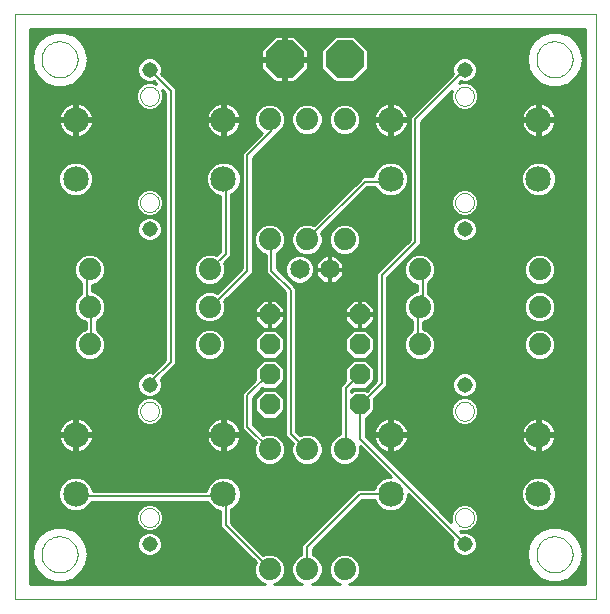
<source format=gtl>
G75*
G70*
%OFA0B0*%
%FSLAX24Y24*%
%IPPOS*%
%LPD*%
%AMOC8*
5,1,8,0,0,1.08239X$1,22.5*
%
%ADD10C,0.0000*%
%ADD11OC8,0.0680*%
%ADD12C,0.0650*%
%ADD13C,0.0740*%
%ADD14C,0.0850*%
%ADD15C,0.0515*%
%ADD16OC8,0.1240*%
%ADD17C,0.0100*%
%ADD18C,0.0060*%
%ADD19C,0.0080*%
D10*
X000100Y000100D02*
X000100Y019596D01*
X019470Y019596D01*
X019470Y000100D01*
X000100Y000100D01*
X001000Y001600D02*
X001002Y001649D01*
X001008Y001697D01*
X001018Y001745D01*
X001032Y001792D01*
X001049Y001838D01*
X001070Y001882D01*
X001095Y001924D01*
X001123Y001964D01*
X001155Y002002D01*
X001189Y002037D01*
X001226Y002069D01*
X001265Y002098D01*
X001307Y002124D01*
X001351Y002146D01*
X001396Y002164D01*
X001443Y002179D01*
X001490Y002190D01*
X001539Y002197D01*
X001588Y002200D01*
X001637Y002199D01*
X001685Y002194D01*
X001734Y002185D01*
X001781Y002172D01*
X001827Y002155D01*
X001871Y002135D01*
X001914Y002111D01*
X001955Y002084D01*
X001993Y002053D01*
X002029Y002020D01*
X002061Y001984D01*
X002091Y001945D01*
X002118Y001904D01*
X002141Y001860D01*
X002160Y001815D01*
X002176Y001769D01*
X002188Y001722D01*
X002196Y001673D01*
X002200Y001624D01*
X002200Y001576D01*
X002196Y001527D01*
X002188Y001478D01*
X002176Y001431D01*
X002160Y001385D01*
X002141Y001340D01*
X002118Y001296D01*
X002091Y001255D01*
X002061Y001216D01*
X002029Y001180D01*
X001993Y001147D01*
X001955Y001116D01*
X001914Y001089D01*
X001871Y001065D01*
X001827Y001045D01*
X001781Y001028D01*
X001734Y001015D01*
X001685Y001006D01*
X001637Y001001D01*
X001588Y001000D01*
X001539Y001003D01*
X001490Y001010D01*
X001443Y001021D01*
X001396Y001036D01*
X001351Y001054D01*
X001307Y001076D01*
X001265Y001102D01*
X001226Y001131D01*
X001189Y001163D01*
X001155Y001198D01*
X001123Y001236D01*
X001095Y001276D01*
X001070Y001318D01*
X001049Y001362D01*
X001032Y001408D01*
X001018Y001455D01*
X001008Y001503D01*
X001002Y001551D01*
X001000Y001600D01*
X004285Y002828D02*
X004287Y002863D01*
X004293Y002898D01*
X004303Y002932D01*
X004316Y002965D01*
X004333Y002996D01*
X004354Y003024D01*
X004377Y003051D01*
X004404Y003074D01*
X004432Y003095D01*
X004463Y003112D01*
X004496Y003125D01*
X004530Y003135D01*
X004565Y003141D01*
X004600Y003143D01*
X004635Y003141D01*
X004670Y003135D01*
X004704Y003125D01*
X004737Y003112D01*
X004768Y003095D01*
X004796Y003074D01*
X004823Y003051D01*
X004846Y003024D01*
X004867Y002996D01*
X004884Y002965D01*
X004897Y002932D01*
X004907Y002898D01*
X004913Y002863D01*
X004915Y002828D01*
X004913Y002793D01*
X004907Y002758D01*
X004897Y002724D01*
X004884Y002691D01*
X004867Y002660D01*
X004846Y002632D01*
X004823Y002605D01*
X004796Y002582D01*
X004768Y002561D01*
X004737Y002544D01*
X004704Y002531D01*
X004670Y002521D01*
X004635Y002515D01*
X004600Y002513D01*
X004565Y002515D01*
X004530Y002521D01*
X004496Y002531D01*
X004463Y002544D01*
X004432Y002561D01*
X004404Y002582D01*
X004377Y002605D01*
X004354Y002632D01*
X004333Y002660D01*
X004316Y002691D01*
X004303Y002724D01*
X004293Y002758D01*
X004287Y002793D01*
X004285Y002828D01*
X004285Y006372D02*
X004287Y006407D01*
X004293Y006442D01*
X004303Y006476D01*
X004316Y006509D01*
X004333Y006540D01*
X004354Y006568D01*
X004377Y006595D01*
X004404Y006618D01*
X004432Y006639D01*
X004463Y006656D01*
X004496Y006669D01*
X004530Y006679D01*
X004565Y006685D01*
X004600Y006687D01*
X004635Y006685D01*
X004670Y006679D01*
X004704Y006669D01*
X004737Y006656D01*
X004768Y006639D01*
X004796Y006618D01*
X004823Y006595D01*
X004846Y006568D01*
X004867Y006540D01*
X004884Y006509D01*
X004897Y006476D01*
X004907Y006442D01*
X004913Y006407D01*
X004915Y006372D01*
X004913Y006337D01*
X004907Y006302D01*
X004897Y006268D01*
X004884Y006235D01*
X004867Y006204D01*
X004846Y006176D01*
X004823Y006149D01*
X004796Y006126D01*
X004768Y006105D01*
X004737Y006088D01*
X004704Y006075D01*
X004670Y006065D01*
X004635Y006059D01*
X004600Y006057D01*
X004565Y006059D01*
X004530Y006065D01*
X004496Y006075D01*
X004463Y006088D01*
X004432Y006105D01*
X004404Y006126D01*
X004377Y006149D01*
X004354Y006176D01*
X004333Y006204D01*
X004316Y006235D01*
X004303Y006268D01*
X004293Y006302D01*
X004287Y006337D01*
X004285Y006372D01*
X004285Y013328D02*
X004287Y013363D01*
X004293Y013398D01*
X004303Y013432D01*
X004316Y013465D01*
X004333Y013496D01*
X004354Y013524D01*
X004377Y013551D01*
X004404Y013574D01*
X004432Y013595D01*
X004463Y013612D01*
X004496Y013625D01*
X004530Y013635D01*
X004565Y013641D01*
X004600Y013643D01*
X004635Y013641D01*
X004670Y013635D01*
X004704Y013625D01*
X004737Y013612D01*
X004768Y013595D01*
X004796Y013574D01*
X004823Y013551D01*
X004846Y013524D01*
X004867Y013496D01*
X004884Y013465D01*
X004897Y013432D01*
X004907Y013398D01*
X004913Y013363D01*
X004915Y013328D01*
X004913Y013293D01*
X004907Y013258D01*
X004897Y013224D01*
X004884Y013191D01*
X004867Y013160D01*
X004846Y013132D01*
X004823Y013105D01*
X004796Y013082D01*
X004768Y013061D01*
X004737Y013044D01*
X004704Y013031D01*
X004670Y013021D01*
X004635Y013015D01*
X004600Y013013D01*
X004565Y013015D01*
X004530Y013021D01*
X004496Y013031D01*
X004463Y013044D01*
X004432Y013061D01*
X004404Y013082D01*
X004377Y013105D01*
X004354Y013132D01*
X004333Y013160D01*
X004316Y013191D01*
X004303Y013224D01*
X004293Y013258D01*
X004287Y013293D01*
X004285Y013328D01*
X004285Y016872D02*
X004287Y016907D01*
X004293Y016942D01*
X004303Y016976D01*
X004316Y017009D01*
X004333Y017040D01*
X004354Y017068D01*
X004377Y017095D01*
X004404Y017118D01*
X004432Y017139D01*
X004463Y017156D01*
X004496Y017169D01*
X004530Y017179D01*
X004565Y017185D01*
X004600Y017187D01*
X004635Y017185D01*
X004670Y017179D01*
X004704Y017169D01*
X004737Y017156D01*
X004768Y017139D01*
X004796Y017118D01*
X004823Y017095D01*
X004846Y017068D01*
X004867Y017040D01*
X004884Y017009D01*
X004897Y016976D01*
X004907Y016942D01*
X004913Y016907D01*
X004915Y016872D01*
X004913Y016837D01*
X004907Y016802D01*
X004897Y016768D01*
X004884Y016735D01*
X004867Y016704D01*
X004846Y016676D01*
X004823Y016649D01*
X004796Y016626D01*
X004768Y016605D01*
X004737Y016588D01*
X004704Y016575D01*
X004670Y016565D01*
X004635Y016559D01*
X004600Y016557D01*
X004565Y016559D01*
X004530Y016565D01*
X004496Y016575D01*
X004463Y016588D01*
X004432Y016605D01*
X004404Y016626D01*
X004377Y016649D01*
X004354Y016676D01*
X004333Y016704D01*
X004316Y016735D01*
X004303Y016768D01*
X004293Y016802D01*
X004287Y016837D01*
X004285Y016872D01*
X001000Y018100D02*
X001002Y018149D01*
X001008Y018197D01*
X001018Y018245D01*
X001032Y018292D01*
X001049Y018338D01*
X001070Y018382D01*
X001095Y018424D01*
X001123Y018464D01*
X001155Y018502D01*
X001189Y018537D01*
X001226Y018569D01*
X001265Y018598D01*
X001307Y018624D01*
X001351Y018646D01*
X001396Y018664D01*
X001443Y018679D01*
X001490Y018690D01*
X001539Y018697D01*
X001588Y018700D01*
X001637Y018699D01*
X001685Y018694D01*
X001734Y018685D01*
X001781Y018672D01*
X001827Y018655D01*
X001871Y018635D01*
X001914Y018611D01*
X001955Y018584D01*
X001993Y018553D01*
X002029Y018520D01*
X002061Y018484D01*
X002091Y018445D01*
X002118Y018404D01*
X002141Y018360D01*
X002160Y018315D01*
X002176Y018269D01*
X002188Y018222D01*
X002196Y018173D01*
X002200Y018124D01*
X002200Y018076D01*
X002196Y018027D01*
X002188Y017978D01*
X002176Y017931D01*
X002160Y017885D01*
X002141Y017840D01*
X002118Y017796D01*
X002091Y017755D01*
X002061Y017716D01*
X002029Y017680D01*
X001993Y017647D01*
X001955Y017616D01*
X001914Y017589D01*
X001871Y017565D01*
X001827Y017545D01*
X001781Y017528D01*
X001734Y017515D01*
X001685Y017506D01*
X001637Y017501D01*
X001588Y017500D01*
X001539Y017503D01*
X001490Y017510D01*
X001443Y017521D01*
X001396Y017536D01*
X001351Y017554D01*
X001307Y017576D01*
X001265Y017602D01*
X001226Y017631D01*
X001189Y017663D01*
X001155Y017698D01*
X001123Y017736D01*
X001095Y017776D01*
X001070Y017818D01*
X001049Y017862D01*
X001032Y017908D01*
X001018Y017955D01*
X001008Y018003D01*
X001002Y018051D01*
X001000Y018100D01*
X014785Y016872D02*
X014787Y016907D01*
X014793Y016942D01*
X014803Y016976D01*
X014816Y017009D01*
X014833Y017040D01*
X014854Y017068D01*
X014877Y017095D01*
X014904Y017118D01*
X014932Y017139D01*
X014963Y017156D01*
X014996Y017169D01*
X015030Y017179D01*
X015065Y017185D01*
X015100Y017187D01*
X015135Y017185D01*
X015170Y017179D01*
X015204Y017169D01*
X015237Y017156D01*
X015268Y017139D01*
X015296Y017118D01*
X015323Y017095D01*
X015346Y017068D01*
X015367Y017040D01*
X015384Y017009D01*
X015397Y016976D01*
X015407Y016942D01*
X015413Y016907D01*
X015415Y016872D01*
X015413Y016837D01*
X015407Y016802D01*
X015397Y016768D01*
X015384Y016735D01*
X015367Y016704D01*
X015346Y016676D01*
X015323Y016649D01*
X015296Y016626D01*
X015268Y016605D01*
X015237Y016588D01*
X015204Y016575D01*
X015170Y016565D01*
X015135Y016559D01*
X015100Y016557D01*
X015065Y016559D01*
X015030Y016565D01*
X014996Y016575D01*
X014963Y016588D01*
X014932Y016605D01*
X014904Y016626D01*
X014877Y016649D01*
X014854Y016676D01*
X014833Y016704D01*
X014816Y016735D01*
X014803Y016768D01*
X014793Y016802D01*
X014787Y016837D01*
X014785Y016872D01*
X017500Y018100D02*
X017502Y018149D01*
X017508Y018197D01*
X017518Y018245D01*
X017532Y018292D01*
X017549Y018338D01*
X017570Y018382D01*
X017595Y018424D01*
X017623Y018464D01*
X017655Y018502D01*
X017689Y018537D01*
X017726Y018569D01*
X017765Y018598D01*
X017807Y018624D01*
X017851Y018646D01*
X017896Y018664D01*
X017943Y018679D01*
X017990Y018690D01*
X018039Y018697D01*
X018088Y018700D01*
X018137Y018699D01*
X018185Y018694D01*
X018234Y018685D01*
X018281Y018672D01*
X018327Y018655D01*
X018371Y018635D01*
X018414Y018611D01*
X018455Y018584D01*
X018493Y018553D01*
X018529Y018520D01*
X018561Y018484D01*
X018591Y018445D01*
X018618Y018404D01*
X018641Y018360D01*
X018660Y018315D01*
X018676Y018269D01*
X018688Y018222D01*
X018696Y018173D01*
X018700Y018124D01*
X018700Y018076D01*
X018696Y018027D01*
X018688Y017978D01*
X018676Y017931D01*
X018660Y017885D01*
X018641Y017840D01*
X018618Y017796D01*
X018591Y017755D01*
X018561Y017716D01*
X018529Y017680D01*
X018493Y017647D01*
X018455Y017616D01*
X018414Y017589D01*
X018371Y017565D01*
X018327Y017545D01*
X018281Y017528D01*
X018234Y017515D01*
X018185Y017506D01*
X018137Y017501D01*
X018088Y017500D01*
X018039Y017503D01*
X017990Y017510D01*
X017943Y017521D01*
X017896Y017536D01*
X017851Y017554D01*
X017807Y017576D01*
X017765Y017602D01*
X017726Y017631D01*
X017689Y017663D01*
X017655Y017698D01*
X017623Y017736D01*
X017595Y017776D01*
X017570Y017818D01*
X017549Y017862D01*
X017532Y017908D01*
X017518Y017955D01*
X017508Y018003D01*
X017502Y018051D01*
X017500Y018100D01*
X014785Y013328D02*
X014787Y013363D01*
X014793Y013398D01*
X014803Y013432D01*
X014816Y013465D01*
X014833Y013496D01*
X014854Y013524D01*
X014877Y013551D01*
X014904Y013574D01*
X014932Y013595D01*
X014963Y013612D01*
X014996Y013625D01*
X015030Y013635D01*
X015065Y013641D01*
X015100Y013643D01*
X015135Y013641D01*
X015170Y013635D01*
X015204Y013625D01*
X015237Y013612D01*
X015268Y013595D01*
X015296Y013574D01*
X015323Y013551D01*
X015346Y013524D01*
X015367Y013496D01*
X015384Y013465D01*
X015397Y013432D01*
X015407Y013398D01*
X015413Y013363D01*
X015415Y013328D01*
X015413Y013293D01*
X015407Y013258D01*
X015397Y013224D01*
X015384Y013191D01*
X015367Y013160D01*
X015346Y013132D01*
X015323Y013105D01*
X015296Y013082D01*
X015268Y013061D01*
X015237Y013044D01*
X015204Y013031D01*
X015170Y013021D01*
X015135Y013015D01*
X015100Y013013D01*
X015065Y013015D01*
X015030Y013021D01*
X014996Y013031D01*
X014963Y013044D01*
X014932Y013061D01*
X014904Y013082D01*
X014877Y013105D01*
X014854Y013132D01*
X014833Y013160D01*
X014816Y013191D01*
X014803Y013224D01*
X014793Y013258D01*
X014787Y013293D01*
X014785Y013328D01*
X014785Y006372D02*
X014787Y006407D01*
X014793Y006442D01*
X014803Y006476D01*
X014816Y006509D01*
X014833Y006540D01*
X014854Y006568D01*
X014877Y006595D01*
X014904Y006618D01*
X014932Y006639D01*
X014963Y006656D01*
X014996Y006669D01*
X015030Y006679D01*
X015065Y006685D01*
X015100Y006687D01*
X015135Y006685D01*
X015170Y006679D01*
X015204Y006669D01*
X015237Y006656D01*
X015268Y006639D01*
X015296Y006618D01*
X015323Y006595D01*
X015346Y006568D01*
X015367Y006540D01*
X015384Y006509D01*
X015397Y006476D01*
X015407Y006442D01*
X015413Y006407D01*
X015415Y006372D01*
X015413Y006337D01*
X015407Y006302D01*
X015397Y006268D01*
X015384Y006235D01*
X015367Y006204D01*
X015346Y006176D01*
X015323Y006149D01*
X015296Y006126D01*
X015268Y006105D01*
X015237Y006088D01*
X015204Y006075D01*
X015170Y006065D01*
X015135Y006059D01*
X015100Y006057D01*
X015065Y006059D01*
X015030Y006065D01*
X014996Y006075D01*
X014963Y006088D01*
X014932Y006105D01*
X014904Y006126D01*
X014877Y006149D01*
X014854Y006176D01*
X014833Y006204D01*
X014816Y006235D01*
X014803Y006268D01*
X014793Y006302D01*
X014787Y006337D01*
X014785Y006372D01*
X014785Y002828D02*
X014787Y002863D01*
X014793Y002898D01*
X014803Y002932D01*
X014816Y002965D01*
X014833Y002996D01*
X014854Y003024D01*
X014877Y003051D01*
X014904Y003074D01*
X014932Y003095D01*
X014963Y003112D01*
X014996Y003125D01*
X015030Y003135D01*
X015065Y003141D01*
X015100Y003143D01*
X015135Y003141D01*
X015170Y003135D01*
X015204Y003125D01*
X015237Y003112D01*
X015268Y003095D01*
X015296Y003074D01*
X015323Y003051D01*
X015346Y003024D01*
X015367Y002996D01*
X015384Y002965D01*
X015397Y002932D01*
X015407Y002898D01*
X015413Y002863D01*
X015415Y002828D01*
X015413Y002793D01*
X015407Y002758D01*
X015397Y002724D01*
X015384Y002691D01*
X015367Y002660D01*
X015346Y002632D01*
X015323Y002605D01*
X015296Y002582D01*
X015268Y002561D01*
X015237Y002544D01*
X015204Y002531D01*
X015170Y002521D01*
X015135Y002515D01*
X015100Y002513D01*
X015065Y002515D01*
X015030Y002521D01*
X014996Y002531D01*
X014963Y002544D01*
X014932Y002561D01*
X014904Y002582D01*
X014877Y002605D01*
X014854Y002632D01*
X014833Y002660D01*
X014816Y002691D01*
X014803Y002724D01*
X014793Y002758D01*
X014787Y002793D01*
X014785Y002828D01*
X017500Y001600D02*
X017502Y001649D01*
X017508Y001697D01*
X017518Y001745D01*
X017532Y001792D01*
X017549Y001838D01*
X017570Y001882D01*
X017595Y001924D01*
X017623Y001964D01*
X017655Y002002D01*
X017689Y002037D01*
X017726Y002069D01*
X017765Y002098D01*
X017807Y002124D01*
X017851Y002146D01*
X017896Y002164D01*
X017943Y002179D01*
X017990Y002190D01*
X018039Y002197D01*
X018088Y002200D01*
X018137Y002199D01*
X018185Y002194D01*
X018234Y002185D01*
X018281Y002172D01*
X018327Y002155D01*
X018371Y002135D01*
X018414Y002111D01*
X018455Y002084D01*
X018493Y002053D01*
X018529Y002020D01*
X018561Y001984D01*
X018591Y001945D01*
X018618Y001904D01*
X018641Y001860D01*
X018660Y001815D01*
X018676Y001769D01*
X018688Y001722D01*
X018696Y001673D01*
X018700Y001624D01*
X018700Y001576D01*
X018696Y001527D01*
X018688Y001478D01*
X018676Y001431D01*
X018660Y001385D01*
X018641Y001340D01*
X018618Y001296D01*
X018591Y001255D01*
X018561Y001216D01*
X018529Y001180D01*
X018493Y001147D01*
X018455Y001116D01*
X018414Y001089D01*
X018371Y001065D01*
X018327Y001045D01*
X018281Y001028D01*
X018234Y001015D01*
X018185Y001006D01*
X018137Y001001D01*
X018088Y001000D01*
X018039Y001003D01*
X017990Y001010D01*
X017943Y001021D01*
X017896Y001036D01*
X017851Y001054D01*
X017807Y001076D01*
X017765Y001102D01*
X017726Y001131D01*
X017689Y001163D01*
X017655Y001198D01*
X017623Y001236D01*
X017595Y001276D01*
X017570Y001318D01*
X017549Y001362D01*
X017532Y001408D01*
X017518Y001455D01*
X017508Y001503D01*
X017502Y001551D01*
X017500Y001600D01*
D11*
X011600Y006600D03*
X011600Y007600D03*
X011600Y008600D03*
X011600Y009600D03*
X008600Y009600D03*
X008600Y008600D03*
X008600Y007600D03*
X008600Y006600D03*
D12*
X009600Y011100D03*
X010600Y011100D03*
D13*
X011100Y012100D03*
X009850Y012100D03*
X008600Y012100D03*
X006600Y011100D03*
X006600Y009850D03*
X006600Y008600D03*
X008600Y005100D03*
X009850Y005100D03*
X011100Y005100D03*
X013600Y008600D03*
X013600Y009850D03*
X013600Y011100D03*
X017600Y011100D03*
X017600Y009850D03*
X017600Y008600D03*
X011100Y001100D03*
X009850Y001100D03*
X008600Y001100D03*
X002600Y008600D03*
X002600Y009850D03*
X002600Y011100D03*
X008600Y016100D03*
X009850Y016100D03*
X011100Y016100D03*
D14*
X012639Y016084D03*
X012639Y014116D03*
X017561Y014116D03*
X017561Y016084D03*
X017561Y005584D03*
X017561Y003616D03*
X012639Y003616D03*
X012639Y005584D03*
X007061Y005584D03*
X007061Y003616D03*
X002139Y003616D03*
X002139Y005584D03*
X002139Y014116D03*
X002139Y016084D03*
X007061Y016084D03*
X007061Y014116D03*
D15*
X004600Y012443D03*
X004600Y007257D03*
X004600Y001943D03*
X015100Y001943D03*
X015100Y007257D03*
X015100Y012443D03*
X015100Y017757D03*
X004600Y017757D03*
D16*
X009100Y018100D03*
X011100Y018100D03*
D17*
X010577Y017535D02*
X009623Y017535D01*
X009525Y017436D02*
X010675Y017436D01*
X010774Y017338D02*
X009426Y017338D01*
X009419Y017330D02*
X009870Y017781D01*
X009870Y018050D01*
X009150Y018050D01*
X009150Y018150D01*
X009050Y018150D01*
X009050Y018870D01*
X008781Y018870D01*
X008330Y018419D01*
X008330Y018150D01*
X009050Y018150D01*
X009050Y018050D01*
X008330Y018050D01*
X008330Y017781D01*
X008781Y017330D01*
X009050Y017330D01*
X009050Y018050D01*
X009150Y018050D01*
X009150Y017330D01*
X009419Y017330D01*
X009150Y017338D02*
X009050Y017338D01*
X009050Y017436D02*
X009150Y017436D01*
X009150Y017535D02*
X009050Y017535D01*
X009050Y017633D02*
X009150Y017633D01*
X009150Y017732D02*
X009050Y017732D01*
X009050Y017830D02*
X009150Y017830D01*
X009150Y017929D02*
X009050Y017929D01*
X009050Y018027D02*
X009150Y018027D01*
X009150Y018126D02*
X010330Y018126D01*
X010330Y018224D02*
X009870Y018224D01*
X009870Y018150D02*
X009870Y018419D01*
X009419Y018870D01*
X009150Y018870D01*
X009150Y018150D01*
X009870Y018150D01*
X009870Y018027D02*
X010330Y018027D01*
X010330Y017929D02*
X009870Y017929D01*
X009870Y017830D02*
X010330Y017830D01*
X010330Y017781D02*
X010781Y017330D01*
X011419Y017330D01*
X011870Y017781D01*
X011870Y018419D01*
X011419Y018870D01*
X010781Y018870D01*
X010330Y018419D01*
X010330Y017781D01*
X010380Y017732D02*
X009820Y017732D01*
X009722Y017633D02*
X010478Y017633D01*
X010330Y018323D02*
X009870Y018323D01*
X009868Y018421D02*
X010332Y018421D01*
X010431Y018520D02*
X009769Y018520D01*
X009671Y018618D02*
X010529Y018618D01*
X010628Y018717D02*
X009572Y018717D01*
X009474Y018815D02*
X010726Y018815D01*
X011474Y018815D02*
X017521Y018815D01*
X017633Y018909D02*
X017384Y018700D01*
X017222Y018420D01*
X017222Y018420D01*
X017166Y018100D01*
X017222Y017780D01*
X017384Y017500D01*
X017384Y017500D01*
X017633Y017291D01*
X017938Y017180D01*
X018021Y017180D01*
X018262Y017180D01*
X018567Y017291D01*
X018567Y017291D01*
X018816Y017500D01*
X018978Y017780D01*
X018978Y017780D01*
X019034Y018100D01*
X018978Y018420D01*
X018816Y018700D01*
X018816Y018700D01*
X018567Y018909D01*
X018262Y019020D01*
X017938Y019020D01*
X017633Y018909D01*
X017633Y018909D01*
X017645Y018914D02*
X002055Y018914D01*
X002067Y018909D02*
X001762Y019020D01*
X001438Y019020D01*
X001133Y018909D01*
X001133Y018909D01*
X000884Y018700D01*
X000722Y018420D01*
X000722Y018420D01*
X000666Y018100D01*
X000722Y017780D01*
X000884Y017500D01*
X000884Y017500D01*
X001133Y017291D01*
X001438Y017180D01*
X001521Y017180D01*
X001762Y017180D01*
X002067Y017291D01*
X002067Y017291D01*
X002316Y017500D01*
X002478Y017780D01*
X002478Y017780D01*
X002534Y018100D01*
X002478Y018420D01*
X002316Y018700D01*
X002316Y018700D01*
X002067Y018909D01*
X002067Y018909D01*
X002179Y018815D02*
X008726Y018815D01*
X008628Y018717D02*
X002296Y018717D01*
X002363Y018618D02*
X008529Y018618D01*
X008431Y018520D02*
X002420Y018520D01*
X002477Y018421D02*
X008332Y018421D01*
X008330Y018323D02*
X002495Y018323D01*
X002478Y018420D02*
X002478Y018420D01*
X002512Y018224D02*
X008330Y018224D01*
X008330Y018027D02*
X004907Y018027D01*
X004945Y017988D02*
X004831Y018103D01*
X004681Y018165D01*
X004519Y018165D01*
X004369Y018103D01*
X004255Y017988D01*
X004193Y017839D01*
X004193Y017676D01*
X004255Y017527D01*
X004369Y017412D01*
X004519Y017350D01*
X004681Y017350D01*
X004734Y017372D01*
X004823Y017283D01*
X004692Y017337D01*
X004508Y017337D01*
X004337Y017266D01*
X004206Y017135D01*
X004135Y016964D01*
X004135Y016779D01*
X004206Y016608D01*
X004337Y016477D01*
X004508Y016407D01*
X004692Y016407D01*
X004863Y016477D01*
X004994Y016608D01*
X005065Y016779D01*
X005065Y016964D01*
X005011Y017094D01*
X005120Y016985D01*
X005120Y008095D01*
X004688Y007662D01*
X004681Y007665D01*
X004519Y007665D01*
X004369Y007603D01*
X004255Y007488D01*
X004193Y007339D01*
X004193Y007176D01*
X004255Y007027D01*
X004369Y006912D01*
X004519Y006850D01*
X004681Y006850D01*
X004831Y006912D01*
X004945Y007027D01*
X005007Y007176D01*
X005007Y007339D01*
X004968Y007434D01*
X005480Y007945D01*
X005480Y017135D01*
X005375Y017240D01*
X004987Y017627D01*
X005007Y017676D01*
X005007Y017839D01*
X004945Y017988D01*
X004970Y017929D02*
X008330Y017929D01*
X008330Y017830D02*
X005007Y017830D01*
X005007Y017732D02*
X008380Y017732D01*
X008478Y017633D02*
X004990Y017633D01*
X005080Y017535D02*
X008577Y017535D01*
X008675Y017436D02*
X005179Y017436D01*
X005277Y017338D02*
X008774Y017338D01*
X008703Y016620D02*
X008497Y016620D01*
X008305Y016541D01*
X008159Y016395D01*
X008080Y016203D01*
X008080Y015997D01*
X008159Y015805D01*
X008305Y015659D01*
X008347Y015642D01*
X007680Y014975D01*
X007680Y011135D01*
X006853Y010308D01*
X006703Y010370D01*
X006497Y010370D01*
X006305Y010291D01*
X006159Y010145D01*
X006080Y009953D01*
X006080Y009747D01*
X006159Y009555D01*
X006305Y009409D01*
X006497Y009330D01*
X006703Y009330D01*
X006895Y009409D01*
X007041Y009555D01*
X007120Y009747D01*
X007120Y009953D01*
X007087Y010033D01*
X007935Y010880D01*
X008040Y010985D01*
X008040Y014825D01*
X008735Y015520D01*
X008840Y015625D01*
X008840Y015637D01*
X008895Y015659D01*
X009041Y015805D01*
X009120Y015997D01*
X009120Y016203D01*
X009041Y016395D01*
X008895Y016541D01*
X008703Y016620D01*
X008874Y016550D02*
X009576Y016550D01*
X009555Y016541D02*
X009409Y016395D01*
X009330Y016203D01*
X009330Y015997D01*
X009409Y015805D01*
X009555Y015659D01*
X009747Y015580D01*
X009953Y015580D01*
X010145Y015659D01*
X010291Y015805D01*
X010370Y015997D01*
X010370Y016203D01*
X010291Y016395D01*
X010145Y016541D01*
X009953Y016620D01*
X009747Y016620D01*
X009555Y016541D01*
X009466Y016451D02*
X008984Y016451D01*
X009058Y016353D02*
X009392Y016353D01*
X009351Y016254D02*
X009099Y016254D01*
X009120Y016156D02*
X009330Y016156D01*
X009330Y016057D02*
X009120Y016057D01*
X009104Y015959D02*
X009346Y015959D01*
X009387Y015860D02*
X009063Y015860D01*
X008997Y015762D02*
X009453Y015762D01*
X009552Y015663D02*
X008898Y015663D01*
X008779Y015565D02*
X012393Y015565D01*
X012419Y015551D02*
X012338Y015592D01*
X012265Y015646D01*
X012201Y015710D01*
X012148Y015783D01*
X012106Y015864D01*
X012079Y015950D01*
X012065Y016034D01*
X012589Y016034D01*
X012589Y016134D01*
X012065Y016134D01*
X012079Y016219D01*
X012106Y016305D01*
X012148Y016386D01*
X012201Y016459D01*
X012265Y016523D01*
X012338Y016576D01*
X012419Y016617D01*
X012505Y016645D01*
X012589Y016658D01*
X012589Y016134D01*
X012689Y016134D01*
X012689Y016658D01*
X012774Y016645D01*
X012860Y016617D01*
X012941Y016576D01*
X013014Y016523D01*
X013078Y016459D01*
X013131Y016386D01*
X013172Y016305D01*
X013200Y016219D01*
X013214Y016134D01*
X012689Y016134D01*
X012689Y016034D01*
X012689Y015510D01*
X012774Y015523D01*
X012860Y015551D01*
X012941Y015592D01*
X013014Y015646D01*
X013078Y015710D01*
X013131Y015783D01*
X013172Y015864D01*
X013200Y015950D01*
X013214Y016034D01*
X012689Y016034D01*
X012589Y016034D01*
X012589Y015510D01*
X012505Y015523D01*
X012419Y015551D01*
X012589Y015565D02*
X012689Y015565D01*
X012689Y015663D02*
X012589Y015663D01*
X012589Y015762D02*
X012689Y015762D01*
X012689Y015860D02*
X012589Y015860D01*
X012589Y015959D02*
X012689Y015959D01*
X012689Y016057D02*
X013280Y016057D01*
X013280Y015959D02*
X013202Y015959D01*
X013170Y015860D02*
X013280Y015860D01*
X013280Y015762D02*
X013116Y015762D01*
X013031Y015663D02*
X013280Y015663D01*
X013280Y015565D02*
X012886Y015565D01*
X013280Y015466D02*
X008681Y015466D01*
X008582Y015368D02*
X013280Y015368D01*
X013280Y015269D02*
X008484Y015269D01*
X008385Y015171D02*
X013280Y015171D01*
X013280Y015072D02*
X008287Y015072D01*
X008188Y014974D02*
X013280Y014974D01*
X013280Y014875D02*
X008090Y014875D01*
X008040Y014777D02*
X013280Y014777D01*
X013280Y014678D02*
X012784Y014678D01*
X012754Y014691D02*
X012525Y014691D01*
X012314Y014603D01*
X012152Y014441D01*
X012064Y014230D01*
X012064Y014200D01*
X011705Y014200D01*
X011600Y014095D01*
X010075Y012570D01*
X009953Y012620D01*
X009747Y012620D01*
X009555Y012541D01*
X009409Y012395D01*
X009330Y012203D01*
X009330Y011997D01*
X009409Y011805D01*
X009555Y011659D01*
X009747Y011580D01*
X009953Y011580D01*
X010145Y011659D01*
X010291Y011805D01*
X010370Y011997D01*
X010370Y012203D01*
X010325Y012311D01*
X011855Y013840D01*
X012131Y013840D01*
X012152Y013790D01*
X012314Y013628D01*
X012525Y013541D01*
X012754Y013541D01*
X012965Y013628D01*
X013127Y013790D01*
X013214Y014001D01*
X013214Y014230D01*
X013127Y014441D01*
X012965Y014603D01*
X012754Y014691D01*
X012989Y014580D02*
X013280Y014580D01*
X013280Y014481D02*
X013087Y014481D01*
X013151Y014383D02*
X013280Y014383D01*
X013280Y014284D02*
X013192Y014284D01*
X013214Y014186D02*
X013280Y014186D01*
X013280Y014087D02*
X013214Y014087D01*
X013209Y013989D02*
X013280Y013989D01*
X013280Y013890D02*
X013168Y013890D01*
X013127Y013792D02*
X013280Y013792D01*
X013280Y013693D02*
X013030Y013693D01*
X012884Y013595D02*
X013280Y013595D01*
X013280Y013496D02*
X011511Y013496D01*
X011609Y013595D02*
X012395Y013595D01*
X012249Y013693D02*
X011708Y013693D01*
X011806Y013792D02*
X012151Y013792D01*
X012087Y014284D02*
X008040Y014284D01*
X008040Y014186D02*
X011691Y014186D01*
X011592Y014087D02*
X008040Y014087D01*
X008040Y013989D02*
X011494Y013989D01*
X011395Y013890D02*
X008040Y013890D01*
X008040Y013792D02*
X011297Y013792D01*
X011198Y013693D02*
X008040Y013693D01*
X008040Y013595D02*
X011100Y013595D01*
X011001Y013496D02*
X008040Y013496D01*
X008040Y013398D02*
X010903Y013398D01*
X010804Y013299D02*
X008040Y013299D01*
X008040Y013201D02*
X010706Y013201D01*
X010607Y013102D02*
X008040Y013102D01*
X008040Y013004D02*
X010509Y013004D01*
X010410Y012905D02*
X008040Y012905D01*
X008040Y012807D02*
X010312Y012807D01*
X010213Y012708D02*
X008040Y012708D01*
X008040Y012610D02*
X008471Y012610D01*
X008497Y012620D02*
X008305Y012541D01*
X008159Y012395D01*
X008080Y012203D01*
X008080Y011997D01*
X008159Y011805D01*
X008305Y011659D01*
X008480Y011587D01*
X008480Y010985D01*
X008585Y010880D01*
X009120Y010345D01*
X009120Y005545D01*
X009225Y005440D01*
X009369Y005297D01*
X009330Y005203D01*
X009330Y004997D01*
X009409Y004805D01*
X009555Y004659D01*
X009747Y004580D01*
X009953Y004580D01*
X010145Y004659D01*
X010291Y004805D01*
X010370Y004997D01*
X010370Y005203D01*
X010291Y005395D01*
X010145Y005541D01*
X009953Y005620D01*
X009747Y005620D01*
X009611Y005564D01*
X009480Y005695D01*
X009480Y010495D01*
X008840Y011135D01*
X008840Y011637D01*
X008895Y011659D01*
X009041Y011805D01*
X009120Y011997D01*
X009120Y012203D01*
X009041Y012395D01*
X008895Y012541D01*
X008703Y012620D01*
X008497Y012620D01*
X008729Y012610D02*
X009721Y012610D01*
X009526Y012511D02*
X008924Y012511D01*
X009023Y012413D02*
X009427Y012413D01*
X009376Y012314D02*
X009074Y012314D01*
X009115Y012216D02*
X009335Y012216D01*
X009330Y012117D02*
X009120Y012117D01*
X009120Y012019D02*
X009330Y012019D01*
X009362Y011920D02*
X009088Y011920D01*
X009047Y011822D02*
X009403Y011822D01*
X009492Y011723D02*
X008958Y011723D01*
X008840Y011625D02*
X009639Y011625D01*
X009694Y011575D02*
X009506Y011575D01*
X009331Y011503D01*
X009197Y011369D01*
X009125Y011194D01*
X009125Y011006D01*
X009197Y010831D01*
X009331Y010697D01*
X009506Y010625D01*
X009694Y010625D01*
X009869Y010697D01*
X010003Y010831D01*
X010075Y011006D01*
X010075Y011194D01*
X010003Y011369D01*
X009869Y011503D01*
X009694Y011575D01*
X009813Y011526D02*
X010390Y011526D01*
X010418Y011540D02*
X010351Y011506D01*
X010291Y011462D01*
X010238Y011409D01*
X010194Y011349D01*
X010160Y011282D01*
X010137Y011211D01*
X010125Y011137D01*
X010125Y011119D01*
X010581Y011119D01*
X010581Y011575D01*
X010563Y011575D01*
X010489Y011563D01*
X010418Y011540D01*
X010581Y011526D02*
X010619Y011526D01*
X010619Y011575D02*
X010637Y011575D01*
X010711Y011563D01*
X010782Y011540D01*
X010849Y011506D01*
X010909Y011462D01*
X010962Y011409D01*
X011006Y011349D01*
X011040Y011282D01*
X011063Y011211D01*
X011075Y011137D01*
X011075Y011119D01*
X010619Y011119D01*
X010619Y011081D01*
X011075Y011081D01*
X011075Y011063D01*
X011063Y010989D01*
X011040Y010918D01*
X011006Y010851D01*
X010962Y010791D01*
X010909Y010738D01*
X010849Y010694D01*
X010782Y010660D01*
X010711Y010637D01*
X010637Y010625D01*
X010619Y010625D01*
X010619Y011081D01*
X010581Y011081D01*
X010581Y010625D01*
X010563Y010625D01*
X010489Y010637D01*
X010418Y010660D01*
X010351Y010694D01*
X010291Y010738D01*
X010238Y010791D01*
X010194Y010851D01*
X010160Y010918D01*
X010137Y010989D01*
X010125Y011063D01*
X010125Y011081D01*
X010581Y011081D01*
X010581Y011119D01*
X010619Y011119D01*
X010619Y011575D01*
X010619Y011428D02*
X010581Y011428D01*
X010581Y011329D02*
X010619Y011329D01*
X010619Y011231D02*
X010581Y011231D01*
X010581Y011132D02*
X010619Y011132D01*
X010619Y011034D02*
X010581Y011034D01*
X010581Y010935D02*
X010619Y010935D01*
X010619Y010837D02*
X010581Y010837D01*
X010581Y010738D02*
X010619Y010738D01*
X010619Y010640D02*
X010581Y010640D01*
X010480Y010640D02*
X009730Y010640D01*
X009910Y010738D02*
X010290Y010738D01*
X010204Y010837D02*
X010005Y010837D01*
X010046Y010935D02*
X010154Y010935D01*
X010130Y011034D02*
X010075Y011034D01*
X010075Y011132D02*
X010125Y011132D01*
X010143Y011231D02*
X010060Y011231D01*
X010019Y011329D02*
X010184Y011329D01*
X010256Y011428D02*
X009944Y011428D01*
X010061Y011625D02*
X010889Y011625D01*
X010805Y011659D02*
X010997Y011580D01*
X011203Y011580D01*
X011395Y011659D01*
X011541Y011805D01*
X011620Y011997D01*
X011620Y012203D01*
X011541Y012395D01*
X011395Y012541D01*
X011203Y012620D01*
X010997Y012620D01*
X010805Y012541D01*
X010659Y012395D01*
X010580Y012203D01*
X010580Y011997D01*
X010659Y011805D01*
X010805Y011659D01*
X010742Y011723D02*
X010208Y011723D01*
X010297Y011822D02*
X010653Y011822D01*
X010612Y011920D02*
X010338Y011920D01*
X010370Y012019D02*
X010580Y012019D01*
X010580Y012117D02*
X010370Y012117D01*
X010365Y012216D02*
X010585Y012216D01*
X010626Y012314D02*
X010329Y012314D01*
X010427Y012413D02*
X010677Y012413D01*
X010776Y012511D02*
X010526Y012511D01*
X010624Y012610D02*
X010971Y012610D01*
X010821Y012807D02*
X013280Y012807D01*
X013280Y012905D02*
X010920Y012905D01*
X011018Y013004D02*
X013280Y013004D01*
X013280Y013102D02*
X011117Y013102D01*
X011215Y013201D02*
X013280Y013201D01*
X013280Y013299D02*
X011314Y013299D01*
X011412Y013398D02*
X013280Y013398D01*
X013640Y013398D02*
X014635Y013398D01*
X014635Y013421D02*
X014635Y013236D01*
X014706Y013065D01*
X014837Y012934D01*
X015008Y012863D01*
X015192Y012863D01*
X015363Y012934D01*
X015494Y013065D01*
X015565Y013236D01*
X015565Y013421D01*
X015494Y013592D01*
X015363Y013723D01*
X015192Y013793D01*
X015008Y013793D01*
X014837Y013723D01*
X014706Y013592D01*
X014635Y013421D01*
X014666Y013496D02*
X013640Y013496D01*
X013640Y013595D02*
X014709Y013595D01*
X014807Y013693D02*
X013640Y013693D01*
X013640Y013792D02*
X015003Y013792D01*
X015197Y013792D02*
X017073Y013792D01*
X017073Y013790D02*
X017235Y013628D01*
X017446Y013541D01*
X017675Y013541D01*
X017886Y013628D01*
X018048Y013790D01*
X018136Y014001D01*
X018136Y014230D01*
X018048Y014441D01*
X017886Y014603D01*
X017675Y014691D01*
X017446Y014691D01*
X017235Y014603D01*
X017073Y014441D01*
X016986Y014230D01*
X016986Y014001D01*
X017073Y013790D01*
X017032Y013890D02*
X013640Y013890D01*
X013640Y013989D02*
X016991Y013989D01*
X016986Y014087D02*
X013640Y014087D01*
X013640Y014186D02*
X016986Y014186D01*
X017008Y014284D02*
X013640Y014284D01*
X013640Y014383D02*
X017049Y014383D01*
X017113Y014481D02*
X013640Y014481D01*
X013640Y014580D02*
X017211Y014580D01*
X017416Y014678D02*
X013640Y014678D01*
X013640Y014777D02*
X019100Y014777D01*
X019100Y014875D02*
X013640Y014875D01*
X013640Y014974D02*
X019100Y014974D01*
X019100Y015072D02*
X013640Y015072D01*
X013640Y015171D02*
X019100Y015171D01*
X019100Y015269D02*
X013640Y015269D01*
X013640Y015368D02*
X019100Y015368D01*
X019100Y015466D02*
X013640Y015466D01*
X013640Y015565D02*
X017314Y015565D01*
X017340Y015551D02*
X017259Y015592D01*
X017186Y015646D01*
X017122Y015710D01*
X017069Y015783D01*
X017028Y015864D01*
X017000Y015950D01*
X016986Y016034D01*
X017511Y016034D01*
X017611Y016034D01*
X017611Y016134D01*
X018135Y016134D01*
X018121Y016219D01*
X018094Y016305D01*
X018052Y016386D01*
X017999Y016459D01*
X017935Y016523D01*
X017862Y016576D01*
X017781Y016617D01*
X017695Y016645D01*
X017611Y016658D01*
X017611Y016134D01*
X017511Y016134D01*
X017511Y016658D01*
X017426Y016645D01*
X017340Y016617D01*
X017259Y016576D01*
X017186Y016523D01*
X017122Y016459D01*
X017069Y016386D01*
X017028Y016305D01*
X017000Y016219D01*
X016986Y016134D01*
X017511Y016134D01*
X017511Y016034D01*
X017511Y015510D01*
X017426Y015523D01*
X017340Y015551D01*
X017511Y015565D02*
X017611Y015565D01*
X017611Y015510D02*
X017695Y015523D01*
X017781Y015551D01*
X017862Y015592D01*
X017935Y015646D01*
X017999Y015710D01*
X018052Y015783D01*
X018094Y015864D01*
X018121Y015950D01*
X018135Y016034D01*
X017611Y016034D01*
X017611Y015510D01*
X017611Y015663D02*
X017511Y015663D01*
X017511Y015762D02*
X017611Y015762D01*
X017611Y015860D02*
X017511Y015860D01*
X017511Y015959D02*
X017611Y015959D01*
X017611Y016057D02*
X019100Y016057D01*
X019100Y015959D02*
X018123Y015959D01*
X018092Y015860D02*
X019100Y015860D01*
X019100Y015762D02*
X018037Y015762D01*
X017953Y015663D02*
X019100Y015663D01*
X019100Y015565D02*
X017807Y015565D01*
X017511Y016057D02*
X013672Y016057D01*
X013640Y016025D02*
X014675Y017060D01*
X014635Y016964D01*
X014635Y016779D01*
X014706Y016608D01*
X014837Y016477D01*
X015008Y016407D01*
X015192Y016407D01*
X015363Y016477D01*
X015494Y016608D01*
X015565Y016779D01*
X015565Y016964D01*
X015494Y017135D01*
X015363Y017266D01*
X015192Y017337D01*
X015008Y017337D01*
X014911Y017297D01*
X014980Y017366D01*
X015019Y017350D01*
X015181Y017350D01*
X015331Y017412D01*
X015445Y017527D01*
X015507Y017676D01*
X015507Y017839D01*
X015445Y017988D01*
X015331Y018103D01*
X015181Y018165D01*
X015019Y018165D01*
X014869Y018103D01*
X014755Y017988D01*
X014693Y017839D01*
X014693Y017676D01*
X014719Y017613D01*
X013385Y016280D01*
X013280Y016175D01*
X013280Y012095D01*
X012265Y011080D01*
X012160Y010975D01*
X012160Y007375D01*
X011839Y007054D01*
X011803Y007090D01*
X011397Y007090D01*
X011320Y007013D01*
X011320Y007065D01*
X011381Y007126D01*
X011397Y007110D01*
X011803Y007110D01*
X012090Y007397D01*
X012090Y007803D01*
X011803Y008090D01*
X011397Y008090D01*
X011110Y007803D01*
X011110Y007397D01*
X011126Y007381D01*
X010960Y007215D01*
X010960Y005605D01*
X010805Y005541D01*
X010659Y005395D01*
X010580Y005203D01*
X010580Y004997D01*
X010659Y004805D01*
X010805Y004659D01*
X010997Y004580D01*
X011203Y004580D01*
X011395Y004659D01*
X011541Y004805D01*
X011620Y004997D01*
X011620Y005203D01*
X011619Y005207D01*
X012635Y004191D01*
X012525Y004191D01*
X012314Y004103D01*
X012152Y003941D01*
X012089Y003790D01*
X011521Y003790D01*
X011410Y003679D01*
X009660Y001929D01*
X009660Y001584D01*
X009555Y001541D01*
X009409Y001395D01*
X009330Y001203D01*
X009330Y000997D01*
X009409Y000805D01*
X009555Y000659D01*
X009698Y000600D01*
X008752Y000600D01*
X008895Y000659D01*
X009041Y000805D01*
X009120Y000997D01*
X009120Y001203D01*
X009041Y001395D01*
X008895Y001541D01*
X008703Y001620D01*
X008497Y001620D01*
X008396Y001578D01*
X007320Y002655D01*
X007320Y003101D01*
X007386Y003128D01*
X007548Y003290D01*
X007636Y003501D01*
X007636Y003730D01*
X007548Y003941D01*
X007386Y004103D01*
X007175Y004191D01*
X006946Y004191D01*
X006735Y004103D01*
X006573Y003941D01*
X006486Y003730D01*
X006486Y003720D01*
X002714Y003720D01*
X002714Y003730D01*
X002627Y003941D01*
X002465Y004103D01*
X002254Y004191D01*
X002025Y004191D01*
X001814Y004103D01*
X001652Y003941D01*
X001564Y003730D01*
X001564Y003501D01*
X001652Y003290D01*
X001814Y003128D01*
X002025Y003041D01*
X002254Y003041D01*
X002465Y003128D01*
X002627Y003290D01*
X002656Y003360D01*
X006544Y003360D01*
X006573Y003290D01*
X006735Y003128D01*
X006946Y003041D01*
X006960Y003041D01*
X006960Y002505D01*
X007065Y002400D01*
X008133Y001332D01*
X008080Y001203D01*
X008080Y000997D01*
X008159Y000805D01*
X008305Y000659D01*
X008448Y000600D01*
X000600Y000600D01*
X000600Y019100D01*
X019100Y019100D01*
X019100Y000600D01*
X011252Y000600D01*
X011395Y000659D01*
X011541Y000805D01*
X011620Y000997D01*
X011620Y001203D01*
X011541Y001395D01*
X011395Y001541D01*
X011203Y001620D01*
X010997Y001620D01*
X010805Y001541D01*
X010659Y001395D01*
X010580Y001203D01*
X010580Y000997D01*
X010659Y000805D01*
X010805Y000659D01*
X010948Y000600D01*
X010002Y000600D01*
X010145Y000659D01*
X010291Y000805D01*
X010370Y000997D01*
X010370Y001203D01*
X010291Y001395D01*
X010145Y001541D01*
X010040Y001584D01*
X010040Y001771D01*
X011679Y003410D01*
X012102Y003410D01*
X012152Y003290D01*
X012314Y003128D01*
X012525Y003041D01*
X012754Y003041D01*
X012965Y003128D01*
X013127Y003290D01*
X013214Y003501D01*
X013214Y003611D01*
X014725Y002101D01*
X014693Y002024D01*
X014693Y001861D01*
X014755Y001712D01*
X014869Y001597D01*
X015019Y001535D01*
X015181Y001535D01*
X015331Y001597D01*
X015445Y001712D01*
X015507Y001861D01*
X015507Y002024D01*
X015445Y002173D01*
X015331Y002288D01*
X015181Y002350D01*
X015019Y002350D01*
X014995Y002340D01*
X014945Y002389D01*
X015008Y002363D01*
X015192Y002363D01*
X015363Y002434D01*
X015494Y002565D01*
X015565Y002736D01*
X015565Y002921D01*
X015494Y003092D01*
X015363Y003223D01*
X015192Y003293D01*
X015008Y003293D01*
X014837Y003223D01*
X014706Y003092D01*
X014635Y002921D01*
X014635Y002736D01*
X014661Y002674D01*
X011800Y005535D01*
X011800Y006110D01*
X011803Y006110D01*
X012090Y006397D01*
X012090Y006795D01*
X012520Y007225D01*
X012520Y010825D01*
X013640Y011945D01*
X013640Y016025D01*
X013640Y015959D02*
X016998Y015959D01*
X017030Y015860D02*
X013640Y015860D01*
X013640Y015762D02*
X017084Y015762D01*
X017169Y015663D02*
X013640Y015663D01*
X013770Y016156D02*
X016990Y016156D01*
X017011Y016254D02*
X013869Y016254D01*
X013967Y016353D02*
X017052Y016353D01*
X017116Y016451D02*
X015300Y016451D01*
X015435Y016550D02*
X017223Y016550D01*
X017445Y016648D02*
X015511Y016648D01*
X015551Y016747D02*
X019100Y016747D01*
X019100Y016845D02*
X015565Y016845D01*
X015565Y016944D02*
X019100Y016944D01*
X019100Y017042D02*
X015533Y017042D01*
X015489Y017141D02*
X019100Y017141D01*
X019100Y017239D02*
X018424Y017239D01*
X018623Y017338D02*
X019100Y017338D01*
X019100Y017436D02*
X018740Y017436D01*
X018816Y017500D02*
X018816Y017500D01*
X018816Y017500D01*
X018836Y017535D02*
X019100Y017535D01*
X019100Y017633D02*
X018893Y017633D01*
X018950Y017732D02*
X019100Y017732D01*
X019100Y017830D02*
X018987Y017830D01*
X019004Y017929D02*
X019100Y017929D01*
X019100Y018027D02*
X019021Y018027D01*
X019034Y018100D02*
X019034Y018100D01*
X019030Y018126D02*
X019100Y018126D01*
X019100Y018224D02*
X019012Y018224D01*
X018995Y018323D02*
X019100Y018323D01*
X019100Y018421D02*
X018977Y018421D01*
X018978Y018420D02*
X018978Y018420D01*
X018920Y018520D02*
X019100Y018520D01*
X019100Y018618D02*
X018863Y018618D01*
X018796Y018717D02*
X019100Y018717D01*
X019100Y018815D02*
X018679Y018815D01*
X018567Y018909D02*
X018567Y018909D01*
X018555Y018914D02*
X019100Y018914D01*
X019100Y019012D02*
X018284Y019012D01*
X017916Y019012D02*
X001784Y019012D01*
X001416Y019012D02*
X000600Y019012D01*
X000600Y018914D02*
X001145Y018914D01*
X001021Y018815D02*
X000600Y018815D01*
X000600Y018717D02*
X000904Y018717D01*
X000884Y018700D02*
X000884Y018700D01*
X000884Y018700D01*
X000837Y018618D02*
X000600Y018618D01*
X000600Y018520D02*
X000780Y018520D01*
X000723Y018421D02*
X000600Y018421D01*
X000600Y018323D02*
X000705Y018323D01*
X000688Y018224D02*
X000600Y018224D01*
X000600Y018126D02*
X000670Y018126D01*
X000666Y018100D02*
X000666Y018100D01*
X000679Y018027D02*
X000600Y018027D01*
X000600Y017929D02*
X000696Y017929D01*
X000713Y017830D02*
X000600Y017830D01*
X000600Y017732D02*
X000750Y017732D01*
X000722Y017780D02*
X000722Y017780D01*
X000807Y017633D02*
X000600Y017633D01*
X000600Y017535D02*
X000864Y017535D01*
X000960Y017436D02*
X000600Y017436D01*
X000600Y017338D02*
X001077Y017338D01*
X001133Y017291D02*
X001133Y017291D01*
X001276Y017239D02*
X000600Y017239D01*
X000600Y017141D02*
X004211Y017141D01*
X004167Y017042D02*
X000600Y017042D01*
X000600Y016944D02*
X004135Y016944D01*
X004135Y016845D02*
X000600Y016845D01*
X000600Y016747D02*
X004149Y016747D01*
X004189Y016648D02*
X002255Y016648D01*
X002274Y016645D02*
X002189Y016658D01*
X002189Y016134D01*
X002089Y016134D01*
X002089Y016034D01*
X001565Y016034D01*
X001579Y015950D01*
X001606Y015864D01*
X001648Y015783D01*
X001701Y015710D01*
X001765Y015646D01*
X001838Y015592D01*
X001919Y015551D01*
X002005Y015523D01*
X002089Y015510D01*
X002089Y016034D01*
X002189Y016034D01*
X002189Y015510D01*
X002274Y015523D01*
X002360Y015551D01*
X002441Y015592D01*
X002514Y015646D01*
X002578Y015710D01*
X002631Y015783D01*
X002672Y015864D01*
X002700Y015950D01*
X002714Y016034D01*
X002189Y016034D01*
X002189Y016134D01*
X002714Y016134D01*
X002700Y016219D01*
X002672Y016305D01*
X002631Y016386D01*
X002578Y016459D01*
X002514Y016523D01*
X002441Y016576D01*
X002360Y016617D01*
X002274Y016645D01*
X002189Y016648D02*
X002089Y016648D01*
X002089Y016658D02*
X002005Y016645D01*
X001919Y016617D01*
X001838Y016576D01*
X001765Y016523D01*
X001701Y016459D01*
X001648Y016386D01*
X001606Y016305D01*
X001579Y016219D01*
X001565Y016134D01*
X002089Y016134D01*
X002089Y016658D01*
X002023Y016648D02*
X000600Y016648D01*
X000600Y016550D02*
X001802Y016550D01*
X001695Y016451D02*
X000600Y016451D01*
X000600Y016353D02*
X001631Y016353D01*
X001590Y016254D02*
X000600Y016254D01*
X000600Y016156D02*
X001568Y016156D01*
X001577Y015959D02*
X000600Y015959D01*
X000600Y016057D02*
X002089Y016057D01*
X002089Y015959D02*
X002189Y015959D01*
X002189Y016057D02*
X005120Y016057D01*
X005120Y015959D02*
X002702Y015959D01*
X002670Y015860D02*
X005120Y015860D01*
X005120Y015762D02*
X002616Y015762D01*
X002531Y015663D02*
X005120Y015663D01*
X005120Y015565D02*
X002386Y015565D01*
X002189Y015565D02*
X002089Y015565D01*
X002089Y015663D02*
X002189Y015663D01*
X002189Y015762D02*
X002089Y015762D01*
X002089Y015860D02*
X002189Y015860D01*
X002189Y016156D02*
X002089Y016156D01*
X002089Y016254D02*
X002189Y016254D01*
X002189Y016353D02*
X002089Y016353D01*
X002089Y016451D02*
X002189Y016451D01*
X002189Y016550D02*
X002089Y016550D01*
X002477Y016550D02*
X004265Y016550D01*
X004400Y016451D02*
X002584Y016451D01*
X002648Y016353D02*
X005120Y016353D01*
X005120Y016451D02*
X004800Y016451D01*
X004935Y016550D02*
X005120Y016550D01*
X005120Y016648D02*
X005011Y016648D01*
X005051Y016747D02*
X005120Y016747D01*
X005120Y016845D02*
X005065Y016845D01*
X005065Y016944D02*
X005120Y016944D01*
X005063Y017042D02*
X005033Y017042D01*
X005376Y017239D02*
X014344Y017239D01*
X014246Y017141D02*
X005474Y017141D01*
X005480Y017042D02*
X014147Y017042D01*
X014049Y016944D02*
X005480Y016944D01*
X005480Y016845D02*
X013950Y016845D01*
X013852Y016747D02*
X005480Y016747D01*
X005480Y016648D02*
X006945Y016648D01*
X006926Y016645D02*
X006840Y016617D01*
X006759Y016576D01*
X006686Y016523D01*
X006622Y016459D01*
X006569Y016386D01*
X006528Y016305D01*
X006500Y016219D01*
X006486Y016134D01*
X007011Y016134D01*
X007011Y016658D01*
X006926Y016645D01*
X007011Y016648D02*
X007111Y016648D01*
X007111Y016658D02*
X007195Y016645D01*
X007281Y016617D01*
X007362Y016576D01*
X007435Y016523D01*
X007499Y016459D01*
X007552Y016386D01*
X007594Y016305D01*
X007621Y016219D01*
X007635Y016134D01*
X007111Y016134D01*
X007111Y016034D01*
X007635Y016034D01*
X007621Y015950D01*
X007594Y015864D01*
X007552Y015783D01*
X007499Y015710D01*
X007435Y015646D01*
X007362Y015592D01*
X007281Y015551D01*
X007195Y015523D01*
X007111Y015510D01*
X007111Y016034D01*
X007011Y016034D01*
X007011Y015510D01*
X006926Y015523D01*
X006840Y015551D01*
X006759Y015592D01*
X006686Y015646D01*
X006622Y015710D01*
X006569Y015783D01*
X006528Y015864D01*
X006500Y015950D01*
X006486Y016034D01*
X007011Y016034D01*
X007011Y016134D01*
X007111Y016134D01*
X007111Y016658D01*
X007177Y016648D02*
X012523Y016648D01*
X012589Y016648D02*
X012689Y016648D01*
X012755Y016648D02*
X013753Y016648D01*
X013655Y016550D02*
X012977Y016550D01*
X013084Y016451D02*
X013556Y016451D01*
X013458Y016353D02*
X013148Y016353D01*
X013189Y016254D02*
X013359Y016254D01*
X013280Y016156D02*
X013210Y016156D01*
X012689Y016156D02*
X012589Y016156D01*
X012589Y016254D02*
X012689Y016254D01*
X012689Y016353D02*
X012589Y016353D01*
X012589Y016451D02*
X012689Y016451D01*
X012689Y016550D02*
X012589Y016550D01*
X012302Y016550D02*
X011374Y016550D01*
X011395Y016541D02*
X011203Y016620D01*
X010997Y016620D01*
X010805Y016541D01*
X010659Y016395D01*
X010580Y016203D01*
X010580Y015997D01*
X010659Y015805D01*
X010805Y015659D01*
X010997Y015580D01*
X011203Y015580D01*
X011395Y015659D01*
X011541Y015805D01*
X011620Y015997D01*
X011620Y016203D01*
X011541Y016395D01*
X011395Y016541D01*
X011484Y016451D02*
X012195Y016451D01*
X012131Y016353D02*
X011558Y016353D01*
X011599Y016254D02*
X012090Y016254D01*
X012068Y016156D02*
X011620Y016156D01*
X011620Y016057D02*
X012589Y016057D01*
X012163Y015762D02*
X011497Y015762D01*
X011563Y015860D02*
X012108Y015860D01*
X012077Y015959D02*
X011604Y015959D01*
X011398Y015663D02*
X012247Y015663D01*
X012494Y014678D02*
X008040Y014678D01*
X008040Y014580D02*
X012290Y014580D01*
X012191Y014481D02*
X008040Y014481D01*
X008040Y014383D02*
X012128Y014383D01*
X010802Y015663D02*
X010148Y015663D01*
X010247Y015762D02*
X010703Y015762D01*
X010637Y015860D02*
X010313Y015860D01*
X010354Y015959D02*
X010596Y015959D01*
X010580Y016057D02*
X010370Y016057D01*
X010370Y016156D02*
X010580Y016156D01*
X010601Y016254D02*
X010349Y016254D01*
X010308Y016353D02*
X010642Y016353D01*
X010716Y016451D02*
X010234Y016451D01*
X010124Y016550D02*
X010826Y016550D01*
X011426Y017338D02*
X014443Y017338D01*
X014541Y017436D02*
X011525Y017436D01*
X011623Y017535D02*
X014640Y017535D01*
X014710Y017633D02*
X011722Y017633D01*
X011820Y017732D02*
X014693Y017732D01*
X014693Y017830D02*
X011870Y017830D01*
X011870Y017929D02*
X014730Y017929D01*
X014793Y018027D02*
X011870Y018027D01*
X011870Y018126D02*
X014924Y018126D01*
X015276Y018126D02*
X017170Y018126D01*
X017166Y018100D02*
X017166Y018100D01*
X017179Y018027D02*
X015407Y018027D01*
X015470Y017929D02*
X017196Y017929D01*
X017213Y017830D02*
X015507Y017830D01*
X015507Y017732D02*
X017250Y017732D01*
X017222Y017780D02*
X017222Y017780D01*
X017307Y017633D02*
X015490Y017633D01*
X015449Y017535D02*
X017364Y017535D01*
X017460Y017436D02*
X015355Y017436D01*
X015390Y017239D02*
X017776Y017239D01*
X017633Y017291D02*
X017633Y017291D01*
X017577Y017338D02*
X014952Y017338D01*
X014667Y017042D02*
X014657Y017042D01*
X014635Y016944D02*
X014558Y016944D01*
X014635Y016845D02*
X014460Y016845D01*
X014361Y016747D02*
X014649Y016747D01*
X014689Y016648D02*
X014263Y016648D01*
X014164Y016550D02*
X014765Y016550D01*
X014900Y016451D02*
X014066Y016451D01*
X011870Y018224D02*
X017188Y018224D01*
X017205Y018323D02*
X011870Y018323D01*
X011868Y018421D02*
X017223Y018421D01*
X017280Y018520D02*
X011769Y018520D01*
X011671Y018618D02*
X017337Y018618D01*
X017384Y018700D02*
X017384Y018700D01*
X017384Y018700D01*
X017404Y018717D02*
X011572Y018717D01*
X009150Y018717D02*
X009050Y018717D01*
X009050Y018815D02*
X009150Y018815D01*
X009150Y018618D02*
X009050Y018618D01*
X009050Y018520D02*
X009150Y018520D01*
X009150Y018421D02*
X009050Y018421D01*
X009050Y018323D02*
X009150Y018323D01*
X009150Y018224D02*
X009050Y018224D01*
X009050Y018126D02*
X004776Y018126D01*
X004424Y018126D02*
X002530Y018126D01*
X002534Y018100D02*
X002534Y018100D01*
X002521Y018027D02*
X004293Y018027D01*
X004230Y017929D02*
X002504Y017929D01*
X002487Y017830D02*
X004193Y017830D01*
X004193Y017732D02*
X002450Y017732D01*
X002393Y017633D02*
X004210Y017633D01*
X004251Y017535D02*
X002336Y017535D01*
X002316Y017500D02*
X002316Y017500D01*
X002316Y017500D01*
X002240Y017436D02*
X004345Y017436D01*
X004310Y017239D02*
X001924Y017239D01*
X002123Y017338D02*
X004768Y017338D01*
X005480Y016550D02*
X006723Y016550D01*
X006616Y016451D02*
X005480Y016451D01*
X005480Y016353D02*
X006552Y016353D01*
X006511Y016254D02*
X005480Y016254D01*
X005480Y016156D02*
X006490Y016156D01*
X006498Y015959D02*
X005480Y015959D01*
X005480Y016057D02*
X007011Y016057D01*
X007011Y015959D02*
X007111Y015959D01*
X007111Y016057D02*
X008080Y016057D01*
X008080Y016156D02*
X007632Y016156D01*
X007610Y016254D02*
X008101Y016254D01*
X008142Y016353D02*
X007569Y016353D01*
X007505Y016451D02*
X008216Y016451D01*
X008326Y016550D02*
X007398Y016550D01*
X007111Y016550D02*
X007011Y016550D01*
X007011Y016451D02*
X007111Y016451D01*
X007111Y016353D02*
X007011Y016353D01*
X007011Y016254D02*
X007111Y016254D01*
X007111Y016156D02*
X007011Y016156D01*
X007011Y015860D02*
X007111Y015860D01*
X007111Y015762D02*
X007011Y015762D01*
X007011Y015663D02*
X007111Y015663D01*
X007111Y015565D02*
X007011Y015565D01*
X006814Y015565D02*
X005480Y015565D01*
X005480Y015663D02*
X006669Y015663D01*
X006584Y015762D02*
X005480Y015762D01*
X005480Y015860D02*
X006530Y015860D01*
X007307Y015565D02*
X008270Y015565D01*
X008302Y015663D02*
X007453Y015663D01*
X007537Y015762D02*
X008203Y015762D01*
X008137Y015860D02*
X007592Y015860D01*
X007623Y015959D02*
X008096Y015959D01*
X008171Y015466D02*
X005480Y015466D01*
X005480Y015368D02*
X008073Y015368D01*
X007974Y015269D02*
X005480Y015269D01*
X005480Y015171D02*
X007876Y015171D01*
X007777Y015072D02*
X005480Y015072D01*
X005480Y014974D02*
X007680Y014974D01*
X007680Y014875D02*
X005480Y014875D01*
X005480Y014777D02*
X007680Y014777D01*
X007680Y014678D02*
X007206Y014678D01*
X007175Y014691D02*
X006946Y014691D01*
X006735Y014603D01*
X006573Y014441D01*
X006486Y014230D01*
X006486Y014001D01*
X006573Y013790D01*
X006735Y013628D01*
X006946Y013541D01*
X006960Y013541D01*
X006960Y011695D01*
X006832Y011567D01*
X006703Y011620D01*
X006497Y011620D01*
X006305Y011541D01*
X006159Y011395D01*
X006080Y011203D01*
X006080Y010997D01*
X006159Y010805D01*
X006305Y010659D01*
X006497Y010580D01*
X006703Y010580D01*
X006895Y010659D01*
X007041Y010805D01*
X007120Y010997D01*
X007120Y011203D01*
X007078Y011304D01*
X007215Y011440D01*
X007320Y011545D01*
X007320Y013601D01*
X007386Y013628D01*
X007548Y013790D01*
X007636Y014001D01*
X007636Y014230D01*
X007548Y014441D01*
X007386Y014603D01*
X007175Y014691D01*
X006916Y014678D02*
X005480Y014678D01*
X005480Y014580D02*
X006711Y014580D01*
X006613Y014481D02*
X005480Y014481D01*
X005480Y014383D02*
X006549Y014383D01*
X006508Y014284D02*
X005480Y014284D01*
X005480Y014186D02*
X006486Y014186D01*
X006486Y014087D02*
X005480Y014087D01*
X005480Y013989D02*
X006491Y013989D01*
X006532Y013890D02*
X005480Y013890D01*
X005480Y013792D02*
X006573Y013792D01*
X006670Y013693D02*
X005480Y013693D01*
X005480Y013595D02*
X006816Y013595D01*
X006960Y013496D02*
X005480Y013496D01*
X005480Y013398D02*
X006960Y013398D01*
X006960Y013299D02*
X005480Y013299D01*
X005480Y013201D02*
X006960Y013201D01*
X006960Y013102D02*
X005480Y013102D01*
X005480Y013004D02*
X006960Y013004D01*
X006960Y012905D02*
X005480Y012905D01*
X005480Y012807D02*
X006960Y012807D01*
X006960Y012708D02*
X005480Y012708D01*
X005480Y012610D02*
X006960Y012610D01*
X006960Y012511D02*
X005480Y012511D01*
X005480Y012413D02*
X006960Y012413D01*
X006960Y012314D02*
X005480Y012314D01*
X005480Y012216D02*
X006960Y012216D01*
X006960Y012117D02*
X005480Y012117D01*
X005480Y012019D02*
X006960Y012019D01*
X006960Y011920D02*
X005480Y011920D01*
X005480Y011822D02*
X006960Y011822D01*
X006960Y011723D02*
X005480Y011723D01*
X005480Y011625D02*
X006890Y011625D01*
X007202Y011428D02*
X007680Y011428D01*
X007680Y011526D02*
X007301Y011526D01*
X007320Y011625D02*
X007680Y011625D01*
X007680Y011723D02*
X007320Y011723D01*
X007320Y011822D02*
X007680Y011822D01*
X007680Y011920D02*
X007320Y011920D01*
X007320Y012019D02*
X007680Y012019D01*
X007680Y012117D02*
X007320Y012117D01*
X007320Y012216D02*
X007680Y012216D01*
X007680Y012314D02*
X007320Y012314D01*
X007320Y012413D02*
X007680Y012413D01*
X007680Y012511D02*
X007320Y012511D01*
X007320Y012610D02*
X007680Y012610D01*
X007680Y012708D02*
X007320Y012708D01*
X007320Y012807D02*
X007680Y012807D01*
X007680Y012905D02*
X007320Y012905D01*
X007320Y013004D02*
X007680Y013004D01*
X007680Y013102D02*
X007320Y013102D01*
X007320Y013201D02*
X007680Y013201D01*
X007680Y013299D02*
X007320Y013299D01*
X007320Y013398D02*
X007680Y013398D01*
X007680Y013496D02*
X007320Y013496D01*
X007320Y013595D02*
X007680Y013595D01*
X007680Y013693D02*
X007451Y013693D01*
X007549Y013792D02*
X007680Y013792D01*
X007680Y013890D02*
X007590Y013890D01*
X007630Y013989D02*
X007680Y013989D01*
X007680Y014087D02*
X007636Y014087D01*
X007636Y014186D02*
X007680Y014186D01*
X007680Y014284D02*
X007613Y014284D01*
X007572Y014383D02*
X007680Y014383D01*
X007680Y014481D02*
X007509Y014481D01*
X007410Y014580D02*
X007680Y014580D01*
X008040Y012511D02*
X008276Y012511D01*
X008177Y012413D02*
X008040Y012413D01*
X008040Y012314D02*
X008126Y012314D01*
X008085Y012216D02*
X008040Y012216D01*
X008040Y012117D02*
X008080Y012117D01*
X008080Y012019D02*
X008040Y012019D01*
X008040Y011920D02*
X008112Y011920D01*
X008153Y011822D02*
X008040Y011822D01*
X008040Y011723D02*
X008242Y011723D01*
X008389Y011625D02*
X008040Y011625D01*
X008040Y011526D02*
X008480Y011526D01*
X008480Y011428D02*
X008040Y011428D01*
X008040Y011329D02*
X008480Y011329D01*
X008480Y011231D02*
X008040Y011231D01*
X008040Y011132D02*
X008480Y011132D01*
X008480Y011034D02*
X008040Y011034D01*
X007990Y010935D02*
X008530Y010935D01*
X008629Y010837D02*
X007891Y010837D01*
X007935Y010880D02*
X007935Y010880D01*
X007793Y010738D02*
X008727Y010738D01*
X008826Y010640D02*
X007694Y010640D01*
X007596Y010541D02*
X008924Y010541D01*
X009023Y010443D02*
X007497Y010443D01*
X007399Y010344D02*
X009120Y010344D01*
X009120Y010246D02*
X007300Y010246D01*
X007202Y010147D02*
X009120Y010147D01*
X009120Y010049D02*
X008844Y010049D01*
X008803Y010090D02*
X008630Y010090D01*
X008630Y009630D01*
X008570Y009630D01*
X008570Y010090D01*
X008397Y010090D01*
X008110Y009803D01*
X008110Y009630D01*
X008570Y009630D01*
X008570Y009570D01*
X008110Y009570D01*
X008110Y009397D01*
X008397Y009110D01*
X008570Y009110D01*
X008570Y009570D01*
X008630Y009570D01*
X008630Y009630D01*
X009090Y009630D01*
X009090Y009803D01*
X008803Y010090D01*
X008630Y010049D02*
X008570Y010049D01*
X008570Y009950D02*
X008630Y009950D01*
X008630Y009852D02*
X008570Y009852D01*
X008570Y009753D02*
X008630Y009753D01*
X008630Y009655D02*
X008570Y009655D01*
X008570Y009556D02*
X008630Y009556D01*
X008630Y009570D02*
X008630Y009110D01*
X008803Y009110D01*
X009090Y009397D01*
X009090Y009570D01*
X008630Y009570D01*
X008630Y009458D02*
X008570Y009458D01*
X008570Y009359D02*
X008630Y009359D01*
X008630Y009261D02*
X008570Y009261D01*
X008570Y009162D02*
X008630Y009162D01*
X008803Y009090D02*
X008397Y009090D01*
X008110Y008803D01*
X008110Y008397D01*
X008397Y008110D01*
X008803Y008110D01*
X009090Y008397D01*
X009090Y008803D01*
X008803Y009090D01*
X008829Y009064D02*
X009120Y009064D01*
X009120Y009162D02*
X008855Y009162D01*
X008953Y009261D02*
X009120Y009261D01*
X009120Y009359D02*
X009052Y009359D01*
X009090Y009458D02*
X009120Y009458D01*
X009120Y009556D02*
X009090Y009556D01*
X009090Y009655D02*
X009120Y009655D01*
X009120Y009753D02*
X009090Y009753D01*
X009120Y009852D02*
X009041Y009852D01*
X009120Y009950D02*
X008943Y009950D01*
X009480Y009950D02*
X011257Y009950D01*
X011159Y009852D02*
X009480Y009852D01*
X009480Y009753D02*
X011110Y009753D01*
X011110Y009803D02*
X011110Y009630D01*
X011570Y009630D01*
X011570Y010090D01*
X011397Y010090D01*
X011110Y009803D01*
X011110Y009655D02*
X009480Y009655D01*
X009480Y009556D02*
X011110Y009556D01*
X011110Y009570D02*
X011110Y009397D01*
X011397Y009110D01*
X011570Y009110D01*
X011570Y009570D01*
X011110Y009570D01*
X011110Y009458D02*
X009480Y009458D01*
X009480Y009359D02*
X011148Y009359D01*
X011247Y009261D02*
X009480Y009261D01*
X009480Y009162D02*
X011345Y009162D01*
X011397Y009090D02*
X011110Y008803D01*
X011110Y008397D01*
X011397Y008110D01*
X011803Y008110D01*
X012090Y008397D01*
X012090Y008803D01*
X011803Y009090D01*
X011397Y009090D01*
X011371Y009064D02*
X009480Y009064D01*
X009480Y008965D02*
X011272Y008965D01*
X011174Y008867D02*
X009480Y008867D01*
X009480Y008768D02*
X011110Y008768D01*
X011110Y008670D02*
X009480Y008670D01*
X009480Y008571D02*
X011110Y008571D01*
X011110Y008473D02*
X009480Y008473D01*
X009480Y008374D02*
X011133Y008374D01*
X011232Y008276D02*
X009480Y008276D01*
X009480Y008177D02*
X011330Y008177D01*
X011386Y008079D02*
X009480Y008079D01*
X009480Y007980D02*
X011287Y007980D01*
X011189Y007882D02*
X009480Y007882D01*
X009480Y007783D02*
X011110Y007783D01*
X011110Y007685D02*
X009480Y007685D01*
X009480Y007586D02*
X011110Y007586D01*
X011110Y007488D02*
X009480Y007488D01*
X009480Y007389D02*
X011118Y007389D01*
X011036Y007291D02*
X009480Y007291D01*
X009480Y007192D02*
X010960Y007192D01*
X010960Y007094D02*
X009480Y007094D01*
X009480Y006995D02*
X010960Y006995D01*
X010960Y006897D02*
X009480Y006897D01*
X009480Y006798D02*
X010960Y006798D01*
X010960Y006700D02*
X009480Y006700D01*
X009480Y006601D02*
X010960Y006601D01*
X010960Y006503D02*
X009480Y006503D01*
X009480Y006404D02*
X010960Y006404D01*
X010960Y006306D02*
X009480Y006306D01*
X009480Y006207D02*
X010960Y006207D01*
X010960Y006109D02*
X009480Y006109D01*
X009480Y006010D02*
X010960Y006010D01*
X010960Y005912D02*
X009480Y005912D01*
X009480Y005813D02*
X010960Y005813D01*
X010960Y005715D02*
X009480Y005715D01*
X009559Y005616D02*
X009737Y005616D01*
X009963Y005616D02*
X010960Y005616D01*
X010782Y005518D02*
X010168Y005518D01*
X010266Y005419D02*
X010684Y005419D01*
X010628Y005321D02*
X010322Y005321D01*
X010362Y005222D02*
X010588Y005222D01*
X010580Y005124D02*
X010370Y005124D01*
X010370Y005025D02*
X010580Y005025D01*
X010609Y004927D02*
X010341Y004927D01*
X010300Y004828D02*
X010650Y004828D01*
X010735Y004730D02*
X010215Y004730D01*
X010077Y004631D02*
X010873Y004631D01*
X011327Y004631D02*
X012194Y004631D01*
X012096Y004730D02*
X011465Y004730D01*
X011550Y004828D02*
X011997Y004828D01*
X011899Y004927D02*
X011591Y004927D01*
X011620Y005025D02*
X011800Y005025D01*
X011702Y005124D02*
X011620Y005124D01*
X011916Y005419D02*
X012088Y005419D01*
X012079Y005450D02*
X012106Y005364D01*
X012148Y005283D01*
X012201Y005210D01*
X012265Y005146D01*
X012338Y005092D01*
X012419Y005051D01*
X012505Y005023D01*
X012589Y005010D01*
X012589Y005534D01*
X012065Y005534D01*
X012079Y005450D01*
X012068Y005518D02*
X011817Y005518D01*
X011800Y005616D02*
X012589Y005616D01*
X012589Y005634D02*
X012589Y005534D01*
X012689Y005534D01*
X012689Y005010D01*
X012774Y005023D01*
X012860Y005051D01*
X012941Y005092D01*
X013014Y005146D01*
X013078Y005210D01*
X013131Y005283D01*
X013172Y005364D01*
X013200Y005450D01*
X013214Y005534D01*
X012689Y005534D01*
X012689Y005634D01*
X012589Y005634D01*
X012065Y005634D01*
X012079Y005719D01*
X012106Y005805D01*
X012148Y005886D01*
X012201Y005959D01*
X012265Y006023D01*
X012338Y006076D01*
X012419Y006117D01*
X012505Y006145D01*
X012589Y006158D01*
X012589Y005634D01*
X012589Y005715D02*
X012689Y005715D01*
X012689Y005634D02*
X012689Y006158D01*
X012774Y006145D01*
X012860Y006117D01*
X012941Y006076D01*
X013014Y006023D01*
X013078Y005959D01*
X013131Y005886D01*
X013172Y005805D01*
X013200Y005719D01*
X013214Y005634D01*
X012689Y005634D01*
X012689Y005616D02*
X017511Y005616D01*
X017511Y005634D02*
X017511Y005534D01*
X017611Y005534D01*
X017611Y005634D01*
X018135Y005634D01*
X018121Y005719D01*
X018094Y005805D01*
X018052Y005886D01*
X017999Y005959D01*
X017935Y006023D01*
X017862Y006076D01*
X017781Y006117D01*
X017695Y006145D01*
X017611Y006158D01*
X017611Y005634D01*
X017511Y005634D01*
X017511Y006158D01*
X017426Y006145D01*
X017340Y006117D01*
X017259Y006076D01*
X017186Y006023D01*
X017122Y005959D01*
X017069Y005886D01*
X017028Y005805D01*
X017000Y005719D01*
X016986Y005634D01*
X017511Y005634D01*
X017511Y005715D02*
X017611Y005715D01*
X017611Y005813D02*
X017511Y005813D01*
X017511Y005912D02*
X017611Y005912D01*
X017611Y006010D02*
X017511Y006010D01*
X017511Y006109D02*
X017611Y006109D01*
X017798Y006109D02*
X019100Y006109D01*
X019100Y006207D02*
X015535Y006207D01*
X015565Y006279D02*
X015494Y006108D01*
X015363Y005977D01*
X015192Y005907D01*
X015008Y005907D01*
X014837Y005977D01*
X014706Y006108D01*
X014635Y006279D01*
X014635Y006464D01*
X014706Y006635D01*
X014837Y006766D01*
X015008Y006837D01*
X015192Y006837D01*
X015363Y006766D01*
X015494Y006635D01*
X015565Y006464D01*
X015565Y006279D01*
X015565Y006306D02*
X019100Y006306D01*
X019100Y006404D02*
X015565Y006404D01*
X015549Y006503D02*
X019100Y006503D01*
X019100Y006601D02*
X015508Y006601D01*
X015430Y006700D02*
X019100Y006700D01*
X019100Y006798D02*
X015286Y006798D01*
X015293Y006897D02*
X019100Y006897D01*
X019100Y006995D02*
X015414Y006995D01*
X015445Y007027D02*
X015507Y007176D01*
X015507Y007339D01*
X015445Y007488D01*
X015331Y007603D01*
X015181Y007665D01*
X015019Y007665D01*
X014869Y007603D01*
X014755Y007488D01*
X014693Y007339D01*
X014693Y007176D01*
X014755Y007027D01*
X014869Y006912D01*
X015019Y006850D01*
X015181Y006850D01*
X015331Y006912D01*
X015445Y007027D01*
X015473Y007094D02*
X019100Y007094D01*
X019100Y007192D02*
X015507Y007192D01*
X015507Y007291D02*
X019100Y007291D01*
X019100Y007389D02*
X015487Y007389D01*
X015446Y007488D02*
X019100Y007488D01*
X019100Y007586D02*
X015348Y007586D01*
X014852Y007586D02*
X012520Y007586D01*
X012520Y007488D02*
X014754Y007488D01*
X014713Y007389D02*
X012520Y007389D01*
X012520Y007291D02*
X014693Y007291D01*
X014693Y007192D02*
X012487Y007192D01*
X012388Y007094D02*
X014727Y007094D01*
X014786Y006995D02*
X012290Y006995D01*
X012191Y006897D02*
X014907Y006897D01*
X014914Y006798D02*
X012093Y006798D01*
X012090Y006700D02*
X014770Y006700D01*
X014692Y006601D02*
X012090Y006601D01*
X012090Y006503D02*
X014651Y006503D01*
X014635Y006404D02*
X012090Y006404D01*
X011998Y006306D02*
X014635Y006306D01*
X014665Y006207D02*
X011900Y006207D01*
X011800Y006109D02*
X012402Y006109D01*
X012252Y006010D02*
X011800Y006010D01*
X011800Y005912D02*
X012166Y005912D01*
X012111Y005813D02*
X011800Y005813D01*
X011800Y005715D02*
X012078Y005715D01*
X012128Y005321D02*
X012014Y005321D01*
X012113Y005222D02*
X012192Y005222D01*
X012211Y005124D02*
X012295Y005124D01*
X012310Y005025D02*
X012500Y005025D01*
X012589Y005025D02*
X012689Y005025D01*
X012779Y005025D02*
X017421Y005025D01*
X017426Y005023D02*
X017511Y005010D01*
X017511Y005534D01*
X016986Y005534D01*
X017000Y005450D01*
X017028Y005364D01*
X017069Y005283D01*
X017122Y005210D01*
X017186Y005146D01*
X017259Y005092D01*
X017340Y005051D01*
X017426Y005023D01*
X017511Y005025D02*
X017611Y005025D01*
X017611Y005010D02*
X017695Y005023D01*
X017781Y005051D01*
X017862Y005092D01*
X017935Y005146D01*
X017999Y005210D01*
X018052Y005283D01*
X018094Y005364D01*
X018121Y005450D01*
X018135Y005534D01*
X017611Y005534D01*
X017611Y005010D01*
X017700Y005025D02*
X019100Y005025D01*
X019100Y004927D02*
X012408Y004927D01*
X012507Y004828D02*
X019100Y004828D01*
X019100Y004730D02*
X012605Y004730D01*
X012704Y004631D02*
X019100Y004631D01*
X019100Y004533D02*
X012802Y004533D01*
X012901Y004434D02*
X019100Y004434D01*
X019100Y004336D02*
X012999Y004336D01*
X013098Y004237D02*
X019100Y004237D01*
X019100Y004139D02*
X017801Y004139D01*
X017886Y004103D02*
X017675Y004191D01*
X017446Y004191D01*
X017235Y004103D01*
X017073Y003941D01*
X016986Y003730D01*
X016986Y003501D01*
X017073Y003290D01*
X017235Y003128D01*
X017446Y003041D01*
X017675Y003041D01*
X017886Y003128D01*
X018048Y003290D01*
X018136Y003501D01*
X018136Y003730D01*
X018048Y003941D01*
X017886Y004103D01*
X017950Y004040D02*
X019100Y004040D01*
X019100Y003942D02*
X018048Y003942D01*
X018089Y003843D02*
X019100Y003843D01*
X019100Y003745D02*
X018130Y003745D01*
X018136Y003646D02*
X019100Y003646D01*
X019100Y003548D02*
X018136Y003548D01*
X018114Y003449D02*
X019100Y003449D01*
X019100Y003351D02*
X018073Y003351D01*
X018010Y003252D02*
X019100Y003252D01*
X019100Y003154D02*
X017912Y003154D01*
X017709Y003055D02*
X019100Y003055D01*
X019100Y002957D02*
X015550Y002957D01*
X015565Y002858D02*
X019100Y002858D01*
X019100Y002760D02*
X015565Y002760D01*
X015534Y002661D02*
X019100Y002661D01*
X019100Y002563D02*
X015492Y002563D01*
X015393Y002464D02*
X017784Y002464D01*
X017633Y002409D02*
X017633Y002409D01*
X017938Y002520D01*
X018262Y002520D01*
X018567Y002409D01*
X018567Y002409D01*
X018816Y002200D01*
X018816Y002200D01*
X018978Y001920D01*
X018978Y001920D01*
X019034Y001600D01*
X019034Y001600D01*
X018978Y001280D01*
X018978Y001280D01*
X018816Y001000D01*
X018816Y001000D01*
X018816Y001000D01*
X018567Y000791D01*
X018567Y000791D01*
X018262Y000680D01*
X018179Y000680D01*
X017938Y000680D01*
X017633Y000791D01*
X017633Y000791D01*
X017384Y001000D01*
X017384Y001000D01*
X017222Y001280D01*
X017222Y001280D01*
X017166Y001600D01*
X017166Y001600D01*
X017222Y001920D01*
X017222Y001920D01*
X017384Y002200D01*
X017384Y002200D01*
X017384Y002200D01*
X017633Y002409D01*
X017581Y002366D02*
X015198Y002366D01*
X015352Y002267D02*
X017464Y002267D01*
X017366Y002169D02*
X015447Y002169D01*
X015488Y002070D02*
X017309Y002070D01*
X017252Y001972D02*
X015507Y001972D01*
X015507Y001873D02*
X017214Y001873D01*
X017197Y001775D02*
X015471Y001775D01*
X015410Y001676D02*
X017179Y001676D01*
X017170Y001578D02*
X015284Y001578D01*
X014916Y001578D02*
X011306Y001578D01*
X011456Y001479D02*
X017187Y001479D01*
X017205Y001381D02*
X011547Y001381D01*
X011587Y001282D02*
X017222Y001282D01*
X017278Y001184D02*
X011620Y001184D01*
X011620Y001085D02*
X017335Y001085D01*
X017400Y000987D02*
X011616Y000987D01*
X011575Y000888D02*
X017517Y000888D01*
X017637Y000790D02*
X011525Y000790D01*
X011426Y000691D02*
X017908Y000691D01*
X018292Y000691D02*
X019100Y000691D01*
X019100Y000790D02*
X018563Y000790D01*
X018683Y000888D02*
X019100Y000888D01*
X019100Y000987D02*
X018800Y000987D01*
X018865Y001085D02*
X019100Y001085D01*
X019100Y001184D02*
X018922Y001184D01*
X018978Y001282D02*
X019100Y001282D01*
X019100Y001381D02*
X018995Y001381D01*
X019013Y001479D02*
X019100Y001479D01*
X019100Y001578D02*
X019030Y001578D01*
X019021Y001676D02*
X019100Y001676D01*
X019100Y001775D02*
X019003Y001775D01*
X018986Y001873D02*
X019100Y001873D01*
X019100Y001972D02*
X018948Y001972D01*
X018891Y002070D02*
X019100Y002070D01*
X019100Y002169D02*
X018834Y002169D01*
X018736Y002267D02*
X019100Y002267D01*
X019100Y002366D02*
X018619Y002366D01*
X018416Y002464D02*
X019100Y002464D01*
X017412Y003055D02*
X015509Y003055D01*
X015432Y003154D02*
X017210Y003154D01*
X017111Y003252D02*
X015292Y003252D01*
X014908Y003252D02*
X014083Y003252D01*
X014181Y003154D02*
X014768Y003154D01*
X014691Y003055D02*
X014280Y003055D01*
X014378Y002957D02*
X014650Y002957D01*
X014635Y002858D02*
X014477Y002858D01*
X014575Y002760D02*
X014635Y002760D01*
X014361Y002464D02*
X010733Y002464D01*
X010831Y002563D02*
X014263Y002563D01*
X014164Y002661D02*
X010930Y002661D01*
X011028Y002760D02*
X014066Y002760D01*
X013967Y002858D02*
X011127Y002858D01*
X011225Y002957D02*
X013869Y002957D01*
X013770Y003055D02*
X012788Y003055D01*
X012990Y003154D02*
X013672Y003154D01*
X013573Y003252D02*
X013089Y003252D01*
X013152Y003351D02*
X013475Y003351D01*
X013376Y003449D02*
X013193Y003449D01*
X013214Y003548D02*
X013278Y003548D01*
X013492Y003843D02*
X017032Y003843D01*
X016992Y003745D02*
X013590Y003745D01*
X013689Y003646D02*
X016986Y003646D01*
X016986Y003548D02*
X013787Y003548D01*
X013886Y003449D02*
X017007Y003449D01*
X017048Y003351D02*
X013984Y003351D01*
X013393Y003942D02*
X017073Y003942D01*
X017172Y004040D02*
X013295Y004040D01*
X013196Y004139D02*
X017320Y004139D01*
X017217Y005124D02*
X012983Y005124D01*
X013087Y005222D02*
X017113Y005222D01*
X017050Y005321D02*
X013150Y005321D01*
X013190Y005419D02*
X017010Y005419D01*
X016989Y005518D02*
X013211Y005518D01*
X013201Y005715D02*
X016999Y005715D01*
X017032Y005813D02*
X013168Y005813D01*
X013112Y005912D02*
X014996Y005912D01*
X015204Y005912D02*
X017088Y005912D01*
X017173Y006010D02*
X015396Y006010D01*
X015494Y006109D02*
X017323Y006109D01*
X017611Y005616D02*
X019100Y005616D01*
X019100Y005518D02*
X018132Y005518D01*
X018112Y005419D02*
X019100Y005419D01*
X019100Y005321D02*
X018072Y005321D01*
X018008Y005222D02*
X019100Y005222D01*
X019100Y005124D02*
X017905Y005124D01*
X017611Y005124D02*
X017511Y005124D01*
X017511Y005222D02*
X017611Y005222D01*
X017611Y005321D02*
X017511Y005321D01*
X017511Y005419D02*
X017611Y005419D01*
X017611Y005518D02*
X017511Y005518D01*
X017948Y006010D02*
X019100Y006010D01*
X019100Y005912D02*
X018034Y005912D01*
X018089Y005813D02*
X019100Y005813D01*
X019100Y005715D02*
X018122Y005715D01*
X019100Y007685D02*
X012520Y007685D01*
X012520Y007783D02*
X019100Y007783D01*
X019100Y007882D02*
X012520Y007882D01*
X012520Y007980D02*
X019100Y007980D01*
X019100Y008079D02*
X012520Y008079D01*
X012520Y008177D02*
X013288Y008177D01*
X013305Y008159D02*
X013497Y008080D01*
X013703Y008080D01*
X013895Y008159D01*
X014041Y008305D01*
X014120Y008497D01*
X014120Y008703D01*
X014041Y008895D01*
X013895Y009041D01*
X013720Y009113D01*
X013720Y009337D01*
X013895Y009409D01*
X014041Y009555D01*
X014120Y009747D01*
X014120Y009953D01*
X014041Y010145D01*
X013895Y010291D01*
X013880Y010297D01*
X013880Y010653D01*
X013895Y010659D01*
X014041Y010805D01*
X014120Y010997D01*
X014120Y011203D01*
X014041Y011395D01*
X013895Y011541D01*
X013703Y011620D01*
X013497Y011620D01*
X013305Y011541D01*
X013159Y011395D01*
X013080Y011203D01*
X013080Y010997D01*
X013159Y010805D01*
X013305Y010659D01*
X013497Y010580D01*
X013520Y010580D01*
X013520Y010370D01*
X013497Y010370D01*
X013305Y010291D01*
X013159Y010145D01*
X013080Y009953D01*
X013080Y009747D01*
X013159Y009555D01*
X013305Y009409D01*
X013360Y009387D01*
X013360Y009063D01*
X013305Y009041D01*
X013159Y008895D01*
X013080Y008703D01*
X013080Y008497D01*
X013159Y008305D01*
X013305Y008159D01*
X013189Y008276D02*
X012520Y008276D01*
X012520Y008374D02*
X013131Y008374D01*
X013090Y008473D02*
X012520Y008473D01*
X012520Y008571D02*
X013080Y008571D01*
X013080Y008670D02*
X012520Y008670D01*
X012520Y008768D02*
X013107Y008768D01*
X013148Y008867D02*
X012520Y008867D01*
X012520Y008965D02*
X013230Y008965D01*
X013360Y009064D02*
X012520Y009064D01*
X012520Y009162D02*
X013360Y009162D01*
X013360Y009261D02*
X012520Y009261D01*
X012520Y009359D02*
X013360Y009359D01*
X013257Y009458D02*
X012520Y009458D01*
X012520Y009556D02*
X013159Y009556D01*
X013118Y009655D02*
X012520Y009655D01*
X012520Y009753D02*
X013080Y009753D01*
X013080Y009852D02*
X012520Y009852D01*
X012520Y009950D02*
X013080Y009950D01*
X013119Y010049D02*
X012520Y010049D01*
X012520Y010147D02*
X013162Y010147D01*
X013260Y010246D02*
X012520Y010246D01*
X012520Y010344D02*
X013434Y010344D01*
X013520Y010443D02*
X012520Y010443D01*
X012520Y010541D02*
X013520Y010541D01*
X013353Y010640D02*
X012520Y010640D01*
X012520Y010738D02*
X013227Y010738D01*
X013146Y010837D02*
X012531Y010837D01*
X012630Y010935D02*
X013105Y010935D01*
X013080Y011034D02*
X012728Y011034D01*
X012827Y011132D02*
X013080Y011132D01*
X013091Y011231D02*
X012925Y011231D01*
X013024Y011329D02*
X013132Y011329D01*
X013122Y011428D02*
X013192Y011428D01*
X013221Y011526D02*
X013291Y011526D01*
X013319Y011625D02*
X019100Y011625D01*
X019100Y011723D02*
X013418Y011723D01*
X013516Y011822D02*
X019100Y011822D01*
X019100Y011920D02*
X013615Y011920D01*
X013640Y012019D02*
X019100Y012019D01*
X019100Y012117D02*
X015351Y012117D01*
X015331Y012097D02*
X015445Y012212D01*
X015507Y012361D01*
X015507Y012524D01*
X015445Y012673D01*
X015331Y012788D01*
X015181Y012850D01*
X015019Y012850D01*
X014869Y012788D01*
X014755Y012673D01*
X014693Y012524D01*
X014693Y012361D01*
X014755Y012212D01*
X014869Y012097D01*
X015019Y012035D01*
X015181Y012035D01*
X015331Y012097D01*
X015447Y012216D02*
X019100Y012216D01*
X019100Y012314D02*
X015488Y012314D01*
X015507Y012413D02*
X019100Y012413D01*
X019100Y012511D02*
X015507Y012511D01*
X015472Y012610D02*
X019100Y012610D01*
X019100Y012708D02*
X015411Y012708D01*
X015286Y012807D02*
X019100Y012807D01*
X019100Y012905D02*
X015293Y012905D01*
X015433Y013004D02*
X019100Y013004D01*
X019100Y013102D02*
X015510Y013102D01*
X015550Y013201D02*
X019100Y013201D01*
X019100Y013299D02*
X015565Y013299D01*
X015565Y013398D02*
X019100Y013398D01*
X019100Y013496D02*
X015534Y013496D01*
X015491Y013595D02*
X017316Y013595D01*
X017170Y013693D02*
X015393Y013693D01*
X014690Y013102D02*
X013640Y013102D01*
X013640Y013004D02*
X014767Y013004D01*
X014907Y012905D02*
X013640Y012905D01*
X013640Y012807D02*
X014914Y012807D01*
X014789Y012708D02*
X013640Y012708D01*
X013640Y012610D02*
X014728Y012610D01*
X014693Y012511D02*
X013640Y012511D01*
X013640Y012413D02*
X014693Y012413D01*
X014712Y012314D02*
X013640Y012314D01*
X013640Y012216D02*
X014753Y012216D01*
X014849Y012117D02*
X013640Y012117D01*
X013280Y012117D02*
X011620Y012117D01*
X011620Y012019D02*
X013204Y012019D01*
X013105Y011920D02*
X011588Y011920D01*
X011547Y011822D02*
X013007Y011822D01*
X012908Y011723D02*
X011458Y011723D01*
X011311Y011625D02*
X012810Y011625D01*
X012711Y011526D02*
X010810Y011526D01*
X010944Y011428D02*
X012613Y011428D01*
X012514Y011329D02*
X011016Y011329D01*
X011057Y011231D02*
X012416Y011231D01*
X012317Y011132D02*
X011075Y011132D01*
X011070Y011034D02*
X012219Y011034D01*
X012160Y010935D02*
X011046Y010935D01*
X010996Y010837D02*
X012160Y010837D01*
X012160Y010738D02*
X010910Y010738D01*
X010720Y010640D02*
X012160Y010640D01*
X012160Y010541D02*
X009434Y010541D01*
X009470Y010640D02*
X009335Y010640D01*
X009290Y010738D02*
X009237Y010738D01*
X009195Y010837D02*
X009138Y010837D01*
X009154Y010935D02*
X009040Y010935D01*
X009125Y011034D02*
X008941Y011034D01*
X008843Y011132D02*
X009125Y011132D01*
X009140Y011231D02*
X008840Y011231D01*
X008840Y011329D02*
X009181Y011329D01*
X009256Y011428D02*
X008840Y011428D01*
X008840Y011526D02*
X009387Y011526D01*
X009480Y010443D02*
X012160Y010443D01*
X012160Y010344D02*
X009480Y010344D01*
X009480Y010246D02*
X012160Y010246D01*
X012160Y010147D02*
X009480Y010147D01*
X009480Y010049D02*
X011356Y010049D01*
X011570Y010049D02*
X011630Y010049D01*
X011630Y010090D02*
X011630Y009630D01*
X011570Y009630D01*
X011570Y009570D01*
X011630Y009570D01*
X011630Y009630D01*
X012090Y009630D01*
X012090Y009803D01*
X011803Y010090D01*
X011630Y010090D01*
X011630Y009950D02*
X011570Y009950D01*
X011570Y009852D02*
X011630Y009852D01*
X011630Y009753D02*
X011570Y009753D01*
X011570Y009655D02*
X011630Y009655D01*
X011630Y009570D02*
X012090Y009570D01*
X012090Y009397D01*
X011803Y009110D01*
X011630Y009110D01*
X011630Y009570D01*
X011630Y009556D02*
X011570Y009556D01*
X011570Y009458D02*
X011630Y009458D01*
X011630Y009359D02*
X011570Y009359D01*
X011570Y009261D02*
X011630Y009261D01*
X011630Y009162D02*
X011570Y009162D01*
X011829Y009064D02*
X012160Y009064D01*
X012160Y009162D02*
X011855Y009162D01*
X011953Y009261D02*
X012160Y009261D01*
X012160Y009359D02*
X012052Y009359D01*
X012090Y009458D02*
X012160Y009458D01*
X012160Y009556D02*
X012090Y009556D01*
X012090Y009655D02*
X012160Y009655D01*
X012160Y009753D02*
X012090Y009753D01*
X012041Y009852D02*
X012160Y009852D01*
X012160Y009950D02*
X011943Y009950D01*
X011844Y010049D02*
X012160Y010049D01*
X012160Y008965D02*
X011928Y008965D01*
X012026Y008867D02*
X012160Y008867D01*
X012160Y008768D02*
X012090Y008768D01*
X012090Y008670D02*
X012160Y008670D01*
X012160Y008571D02*
X012090Y008571D01*
X012090Y008473D02*
X012160Y008473D01*
X012160Y008374D02*
X012067Y008374D01*
X012160Y008276D02*
X011968Y008276D01*
X011870Y008177D02*
X012160Y008177D01*
X012160Y008079D02*
X011814Y008079D01*
X011913Y007980D02*
X012160Y007980D01*
X012160Y007882D02*
X012011Y007882D01*
X012090Y007783D02*
X012160Y007783D01*
X012160Y007685D02*
X012090Y007685D01*
X012090Y007586D02*
X012160Y007586D01*
X012160Y007488D02*
X012090Y007488D01*
X012082Y007389D02*
X012160Y007389D01*
X012076Y007291D02*
X011983Y007291D01*
X011977Y007192D02*
X011885Y007192D01*
X011879Y007094D02*
X011348Y007094D01*
X012589Y006109D02*
X012689Y006109D01*
X012689Y006010D02*
X012589Y006010D01*
X012589Y005912D02*
X012689Y005912D01*
X012689Y005813D02*
X012589Y005813D01*
X012589Y005518D02*
X012689Y005518D01*
X012689Y005419D02*
X012589Y005419D01*
X012589Y005321D02*
X012689Y005321D01*
X012689Y005222D02*
X012589Y005222D01*
X012589Y005124D02*
X012689Y005124D01*
X012293Y004533D02*
X000600Y004533D01*
X000600Y004631D02*
X008373Y004631D01*
X008305Y004659D02*
X008497Y004580D01*
X008703Y004580D01*
X008895Y004659D01*
X009041Y004805D01*
X009120Y004997D01*
X009120Y005203D01*
X009041Y005395D01*
X008895Y005541D01*
X008703Y005620D01*
X008497Y005620D01*
X008396Y005578D01*
X008040Y005935D01*
X008040Y006825D01*
X008361Y007146D01*
X008397Y007110D01*
X008803Y007110D01*
X009090Y007397D01*
X009090Y007803D01*
X008803Y008090D01*
X008397Y008090D01*
X008110Y007803D01*
X008110Y007405D01*
X007680Y006975D01*
X007680Y005785D01*
X007785Y005680D01*
X008133Y005332D01*
X008080Y005203D01*
X008080Y004997D01*
X008159Y004805D01*
X008305Y004659D01*
X008235Y004730D02*
X000600Y004730D01*
X000600Y004828D02*
X008150Y004828D01*
X008109Y004927D02*
X000600Y004927D01*
X000600Y005025D02*
X002000Y005025D01*
X002005Y005023D02*
X002089Y005010D01*
X002089Y005534D01*
X001565Y005534D01*
X001579Y005450D01*
X001606Y005364D01*
X001648Y005283D01*
X001701Y005210D01*
X001765Y005146D01*
X001838Y005092D01*
X001919Y005051D01*
X002005Y005023D01*
X002089Y005025D02*
X002189Y005025D01*
X002189Y005010D02*
X002274Y005023D01*
X002360Y005051D01*
X002441Y005092D01*
X002514Y005146D01*
X002578Y005210D01*
X002631Y005283D01*
X002672Y005364D01*
X002700Y005450D01*
X002714Y005534D01*
X002189Y005534D01*
X002189Y005010D01*
X002279Y005025D02*
X006921Y005025D01*
X006926Y005023D02*
X007011Y005010D01*
X007011Y005534D01*
X007111Y005534D01*
X007111Y005634D01*
X007635Y005634D01*
X007621Y005719D01*
X007594Y005805D01*
X007552Y005886D01*
X007499Y005959D01*
X007435Y006023D01*
X007362Y006076D01*
X007281Y006117D01*
X007195Y006145D01*
X007111Y006158D01*
X007111Y005634D01*
X007011Y005634D01*
X007011Y006158D01*
X006926Y006145D01*
X006840Y006117D01*
X006759Y006076D01*
X006686Y006023D01*
X006622Y005959D01*
X006569Y005886D01*
X006528Y005805D01*
X006500Y005719D01*
X006486Y005634D01*
X007011Y005634D01*
X007011Y005534D01*
X006486Y005534D01*
X006500Y005450D01*
X006528Y005364D01*
X006569Y005283D01*
X006622Y005210D01*
X006686Y005146D01*
X006759Y005092D01*
X006840Y005051D01*
X006926Y005023D01*
X007011Y005025D02*
X007111Y005025D01*
X007111Y005010D02*
X007195Y005023D01*
X007281Y005051D01*
X007362Y005092D01*
X007435Y005146D01*
X007499Y005210D01*
X007552Y005283D01*
X007594Y005364D01*
X007621Y005450D01*
X007635Y005534D01*
X007111Y005534D01*
X007111Y005010D01*
X007200Y005025D02*
X008080Y005025D01*
X008080Y005124D02*
X007405Y005124D01*
X007508Y005222D02*
X008088Y005222D01*
X008128Y005321D02*
X007572Y005321D01*
X007612Y005419D02*
X008046Y005419D01*
X007948Y005518D02*
X007632Y005518D01*
X007622Y005715D02*
X007751Y005715D01*
X007680Y005813D02*
X007589Y005813D01*
X007534Y005912D02*
X007680Y005912D01*
X007680Y006010D02*
X007448Y006010D01*
X007298Y006109D02*
X007680Y006109D01*
X007680Y006207D02*
X005035Y006207D01*
X005065Y006279D02*
X004994Y006108D01*
X004863Y005977D01*
X004692Y005907D01*
X004508Y005907D01*
X004337Y005977D01*
X004206Y006108D01*
X004135Y006279D01*
X004135Y006464D01*
X004206Y006635D01*
X004337Y006766D01*
X004508Y006837D01*
X004692Y006837D01*
X004863Y006766D01*
X004994Y006635D01*
X005065Y006464D01*
X005065Y006279D01*
X005065Y006306D02*
X007680Y006306D01*
X007680Y006404D02*
X005065Y006404D01*
X005049Y006503D02*
X007680Y006503D01*
X007680Y006601D02*
X005008Y006601D01*
X004930Y006700D02*
X007680Y006700D01*
X007680Y006798D02*
X004786Y006798D01*
X004793Y006897D02*
X007680Y006897D01*
X007700Y006995D02*
X004914Y006995D01*
X004973Y007094D02*
X007799Y007094D01*
X007897Y007192D02*
X005007Y007192D01*
X005007Y007291D02*
X007996Y007291D01*
X008094Y007389D02*
X004987Y007389D01*
X005022Y007488D02*
X008110Y007488D01*
X008110Y007586D02*
X005121Y007586D01*
X005219Y007685D02*
X008110Y007685D01*
X008110Y007783D02*
X005318Y007783D01*
X005416Y007882D02*
X008189Y007882D01*
X008287Y007980D02*
X005480Y007980D01*
X005480Y008079D02*
X008386Y008079D01*
X008330Y008177D02*
X006912Y008177D01*
X006895Y008159D02*
X007041Y008305D01*
X007120Y008497D01*
X007120Y008703D01*
X007041Y008895D01*
X006895Y009041D01*
X006703Y009120D01*
X006497Y009120D01*
X006305Y009041D01*
X006159Y008895D01*
X006080Y008703D01*
X006080Y008497D01*
X006159Y008305D01*
X006305Y008159D01*
X006497Y008080D01*
X006703Y008080D01*
X006895Y008159D01*
X007011Y008276D02*
X008232Y008276D01*
X008133Y008374D02*
X007069Y008374D01*
X007110Y008473D02*
X008110Y008473D01*
X008110Y008571D02*
X007120Y008571D01*
X007120Y008670D02*
X008110Y008670D01*
X008110Y008768D02*
X007093Y008768D01*
X007052Y008867D02*
X008174Y008867D01*
X008272Y008965D02*
X006970Y008965D01*
X006840Y009064D02*
X008371Y009064D01*
X008345Y009162D02*
X005480Y009162D01*
X005480Y009064D02*
X006360Y009064D01*
X006230Y008965D02*
X005480Y008965D01*
X005480Y008867D02*
X006148Y008867D01*
X006107Y008768D02*
X005480Y008768D01*
X005480Y008670D02*
X006080Y008670D01*
X006080Y008571D02*
X005480Y008571D01*
X005480Y008473D02*
X006090Y008473D01*
X006131Y008374D02*
X005480Y008374D01*
X005480Y008276D02*
X006189Y008276D01*
X006288Y008177D02*
X005480Y008177D01*
X005120Y008177D02*
X002912Y008177D01*
X002895Y008159D02*
X003041Y008305D01*
X003120Y008497D01*
X003120Y008703D01*
X003041Y008895D01*
X002895Y009041D01*
X002840Y009063D01*
X002840Y009387D01*
X002895Y009409D01*
X003041Y009555D01*
X003120Y009747D01*
X003120Y009953D01*
X003041Y010145D01*
X002895Y010291D01*
X002703Y010370D01*
X002680Y010370D01*
X002680Y010580D01*
X002703Y010580D01*
X002895Y010659D01*
X003041Y010805D01*
X003120Y010997D01*
X003120Y011203D01*
X003041Y011395D01*
X002895Y011541D01*
X002703Y011620D01*
X002497Y011620D01*
X002305Y011541D01*
X002159Y011395D01*
X002080Y011203D01*
X002080Y010997D01*
X002159Y010805D01*
X002305Y010659D01*
X002320Y010653D01*
X002320Y010297D01*
X002305Y010291D01*
X002159Y010145D01*
X002080Y009953D01*
X002080Y009747D01*
X002159Y009555D01*
X002305Y009409D01*
X002480Y009337D01*
X002480Y009113D01*
X002305Y009041D01*
X002159Y008895D01*
X002080Y008703D01*
X002080Y008497D01*
X002159Y008305D01*
X002305Y008159D01*
X002497Y008080D01*
X002703Y008080D01*
X002895Y008159D01*
X003011Y008276D02*
X005120Y008276D01*
X005120Y008374D02*
X003069Y008374D01*
X003110Y008473D02*
X005120Y008473D01*
X005120Y008571D02*
X003120Y008571D01*
X003120Y008670D02*
X005120Y008670D01*
X005120Y008768D02*
X003093Y008768D01*
X003052Y008867D02*
X005120Y008867D01*
X005120Y008965D02*
X002970Y008965D01*
X002840Y009064D02*
X005120Y009064D01*
X005120Y009162D02*
X002840Y009162D01*
X002840Y009261D02*
X005120Y009261D01*
X005120Y009359D02*
X002840Y009359D01*
X002943Y009458D02*
X005120Y009458D01*
X005120Y009556D02*
X003041Y009556D01*
X003082Y009655D02*
X005120Y009655D01*
X005120Y009753D02*
X003120Y009753D01*
X003120Y009852D02*
X005120Y009852D01*
X005120Y009950D02*
X003120Y009950D01*
X003081Y010049D02*
X005120Y010049D01*
X005120Y010147D02*
X003038Y010147D01*
X002940Y010246D02*
X005120Y010246D01*
X005120Y010344D02*
X002766Y010344D01*
X002680Y010443D02*
X005120Y010443D01*
X005120Y010541D02*
X002680Y010541D01*
X002847Y010640D02*
X005120Y010640D01*
X005120Y010738D02*
X002973Y010738D01*
X003054Y010837D02*
X005120Y010837D01*
X005120Y010935D02*
X003095Y010935D01*
X003120Y011034D02*
X005120Y011034D01*
X005120Y011132D02*
X003120Y011132D01*
X003109Y011231D02*
X005120Y011231D01*
X005120Y011329D02*
X003068Y011329D01*
X003008Y011428D02*
X005120Y011428D01*
X005120Y011526D02*
X002909Y011526D01*
X002291Y011526D02*
X000600Y011526D01*
X000600Y011428D02*
X002192Y011428D01*
X002132Y011329D02*
X000600Y011329D01*
X000600Y011231D02*
X002091Y011231D01*
X002080Y011132D02*
X000600Y011132D01*
X000600Y011034D02*
X002080Y011034D01*
X002105Y010935D02*
X000600Y010935D01*
X000600Y010837D02*
X002146Y010837D01*
X002227Y010738D02*
X000600Y010738D01*
X000600Y010640D02*
X002320Y010640D01*
X002320Y010541D02*
X000600Y010541D01*
X000600Y010443D02*
X002320Y010443D01*
X002320Y010344D02*
X000600Y010344D01*
X000600Y010246D02*
X002260Y010246D01*
X002162Y010147D02*
X000600Y010147D01*
X000600Y010049D02*
X002119Y010049D01*
X002080Y009950D02*
X000600Y009950D01*
X000600Y009852D02*
X002080Y009852D01*
X002080Y009753D02*
X000600Y009753D01*
X000600Y009655D02*
X002118Y009655D01*
X002159Y009556D02*
X000600Y009556D01*
X000600Y009458D02*
X002257Y009458D01*
X002426Y009359D02*
X000600Y009359D01*
X000600Y009261D02*
X002480Y009261D01*
X002480Y009162D02*
X000600Y009162D01*
X000600Y009064D02*
X002360Y009064D01*
X002230Y008965D02*
X000600Y008965D01*
X000600Y008867D02*
X002148Y008867D01*
X002107Y008768D02*
X000600Y008768D01*
X000600Y008670D02*
X002080Y008670D01*
X002080Y008571D02*
X000600Y008571D01*
X000600Y008473D02*
X002090Y008473D01*
X002131Y008374D02*
X000600Y008374D01*
X000600Y008276D02*
X002189Y008276D01*
X002288Y008177D02*
X000600Y008177D01*
X000600Y008079D02*
X005104Y008079D01*
X005005Y007980D02*
X000600Y007980D01*
X000600Y007882D02*
X004907Y007882D01*
X004808Y007783D02*
X000600Y007783D01*
X000600Y007685D02*
X004710Y007685D01*
X004352Y007586D02*
X000600Y007586D01*
X000600Y007488D02*
X004254Y007488D01*
X004213Y007389D02*
X000600Y007389D01*
X000600Y007291D02*
X004193Y007291D01*
X004193Y007192D02*
X000600Y007192D01*
X000600Y007094D02*
X004227Y007094D01*
X004286Y006995D02*
X000600Y006995D01*
X000600Y006897D02*
X004407Y006897D01*
X004414Y006798D02*
X000600Y006798D01*
X000600Y006700D02*
X004270Y006700D01*
X004192Y006601D02*
X000600Y006601D01*
X000600Y006503D02*
X004151Y006503D01*
X004135Y006404D02*
X000600Y006404D01*
X000600Y006306D02*
X004135Y006306D01*
X004165Y006207D02*
X000600Y006207D01*
X000600Y006109D02*
X001902Y006109D01*
X001919Y006117D02*
X001838Y006076D01*
X001765Y006023D01*
X001701Y005959D01*
X001648Y005886D01*
X001606Y005805D01*
X001579Y005719D01*
X001565Y005634D01*
X002089Y005634D01*
X002089Y005534D01*
X002189Y005534D01*
X002189Y005634D01*
X002089Y005634D01*
X002089Y006158D01*
X002005Y006145D01*
X001919Y006117D01*
X002089Y006109D02*
X002189Y006109D01*
X002189Y006158D02*
X002274Y006145D01*
X002360Y006117D01*
X002441Y006076D01*
X002514Y006023D01*
X002578Y005959D01*
X002631Y005886D01*
X002672Y005805D01*
X002700Y005719D01*
X002714Y005634D01*
X002189Y005634D01*
X002189Y006158D01*
X002189Y006010D02*
X002089Y006010D01*
X002089Y005912D02*
X002189Y005912D01*
X002189Y005813D02*
X002089Y005813D01*
X002089Y005715D02*
X002189Y005715D01*
X002189Y005616D02*
X007011Y005616D01*
X007011Y005518D02*
X007111Y005518D01*
X007111Y005616D02*
X007849Y005616D01*
X008162Y005813D02*
X009120Y005813D01*
X009120Y005715D02*
X008260Y005715D01*
X008359Y005616D02*
X008487Y005616D01*
X008713Y005616D02*
X009120Y005616D01*
X009148Y005518D02*
X008918Y005518D01*
X009016Y005419D02*
X009246Y005419D01*
X009345Y005321D02*
X009072Y005321D01*
X009112Y005222D02*
X009338Y005222D01*
X009330Y005124D02*
X009120Y005124D01*
X009120Y005025D02*
X009330Y005025D01*
X009359Y004927D02*
X009091Y004927D01*
X009050Y004828D02*
X009400Y004828D01*
X009485Y004730D02*
X008965Y004730D01*
X008827Y004631D02*
X009623Y004631D01*
X009120Y005912D02*
X008063Y005912D01*
X008040Y006010D02*
X009120Y006010D01*
X009120Y006109D02*
X008040Y006109D01*
X008040Y006207D02*
X008300Y006207D01*
X008397Y006110D02*
X008803Y006110D01*
X009090Y006397D01*
X009090Y006803D01*
X008803Y007090D01*
X008397Y007090D01*
X008110Y006803D01*
X008110Y006397D01*
X008397Y006110D01*
X008202Y006306D02*
X008040Y006306D01*
X008040Y006404D02*
X008110Y006404D01*
X008110Y006503D02*
X008040Y006503D01*
X008040Y006601D02*
X008110Y006601D01*
X008110Y006700D02*
X008040Y006700D01*
X008040Y006798D02*
X008110Y006798D01*
X008111Y006897D02*
X008204Y006897D01*
X008210Y006995D02*
X008302Y006995D01*
X008308Y007094D02*
X009120Y007094D01*
X009120Y007192D02*
X008885Y007192D01*
X008983Y007291D02*
X009120Y007291D01*
X009120Y007389D02*
X009082Y007389D01*
X009090Y007488D02*
X009120Y007488D01*
X009120Y007586D02*
X009090Y007586D01*
X009090Y007685D02*
X009120Y007685D01*
X009120Y007783D02*
X009090Y007783D01*
X009120Y007882D02*
X009011Y007882D01*
X008913Y007980D02*
X009120Y007980D01*
X009120Y008079D02*
X008814Y008079D01*
X008870Y008177D02*
X009120Y008177D01*
X009120Y008276D02*
X008968Y008276D01*
X009067Y008374D02*
X009120Y008374D01*
X009120Y008473D02*
X009090Y008473D01*
X009090Y008571D02*
X009120Y008571D01*
X009120Y008670D02*
X009090Y008670D01*
X009090Y008768D02*
X009120Y008768D01*
X009120Y008867D02*
X009026Y008867D01*
X009120Y008965D02*
X008928Y008965D01*
X008247Y009261D02*
X005480Y009261D01*
X005480Y009359D02*
X006426Y009359D01*
X006257Y009458D02*
X005480Y009458D01*
X005480Y009556D02*
X006159Y009556D01*
X006118Y009655D02*
X005480Y009655D01*
X005480Y009753D02*
X006080Y009753D01*
X006080Y009852D02*
X005480Y009852D01*
X005480Y009950D02*
X006080Y009950D01*
X006119Y010049D02*
X005480Y010049D01*
X005480Y010147D02*
X006162Y010147D01*
X006260Y010246D02*
X005480Y010246D01*
X005480Y010344D02*
X006434Y010344D01*
X006353Y010640D02*
X005480Y010640D01*
X005480Y010738D02*
X006227Y010738D01*
X006146Y010837D02*
X005480Y010837D01*
X005480Y010935D02*
X006105Y010935D01*
X006080Y011034D02*
X005480Y011034D01*
X005480Y011132D02*
X006080Y011132D01*
X006091Y011231D02*
X005480Y011231D01*
X005480Y011329D02*
X006132Y011329D01*
X006192Y011428D02*
X005480Y011428D01*
X005480Y011526D02*
X006291Y011526D01*
X007104Y011329D02*
X007680Y011329D01*
X007680Y011231D02*
X007109Y011231D01*
X007120Y011132D02*
X007677Y011132D01*
X007579Y011034D02*
X007120Y011034D01*
X007095Y010935D02*
X007480Y010935D01*
X007382Y010837D02*
X007054Y010837D01*
X006973Y010738D02*
X007283Y010738D01*
X007185Y010640D02*
X006847Y010640D01*
X006988Y010443D02*
X005480Y010443D01*
X005480Y010541D02*
X007086Y010541D01*
X006889Y010344D02*
X006766Y010344D01*
X007103Y010049D02*
X008356Y010049D01*
X008257Y009950D02*
X007120Y009950D01*
X007120Y009852D02*
X008159Y009852D01*
X008110Y009753D02*
X007120Y009753D01*
X007082Y009655D02*
X008110Y009655D01*
X008110Y009556D02*
X007041Y009556D01*
X006943Y009458D02*
X008110Y009458D01*
X008148Y009359D02*
X006774Y009359D01*
X005120Y011625D02*
X000600Y011625D01*
X000600Y011723D02*
X005120Y011723D01*
X005120Y011822D02*
X000600Y011822D01*
X000600Y011920D02*
X005120Y011920D01*
X005120Y012019D02*
X000600Y012019D01*
X000600Y012117D02*
X004349Y012117D01*
X004369Y012097D02*
X004519Y012035D01*
X004681Y012035D01*
X004831Y012097D01*
X004945Y012212D01*
X005007Y012361D01*
X005007Y012524D01*
X004945Y012673D01*
X004831Y012788D01*
X004681Y012850D01*
X004519Y012850D01*
X004369Y012788D01*
X004255Y012673D01*
X004193Y012524D01*
X004193Y012361D01*
X004255Y012212D01*
X004369Y012097D01*
X004253Y012216D02*
X000600Y012216D01*
X000600Y012314D02*
X004212Y012314D01*
X004193Y012413D02*
X000600Y012413D01*
X000600Y012511D02*
X004193Y012511D01*
X004228Y012610D02*
X000600Y012610D01*
X000600Y012708D02*
X004289Y012708D01*
X004414Y012807D02*
X000600Y012807D01*
X000600Y012905D02*
X004407Y012905D01*
X004337Y012934D02*
X004508Y012863D01*
X004692Y012863D01*
X004863Y012934D01*
X004994Y013065D01*
X005065Y013236D01*
X005065Y013421D01*
X004994Y013592D01*
X004863Y013723D01*
X004692Y013793D01*
X004508Y013793D01*
X004337Y013723D01*
X004206Y013592D01*
X004135Y013421D01*
X004135Y013236D01*
X004206Y013065D01*
X004337Y012934D01*
X004267Y013004D02*
X000600Y013004D01*
X000600Y013102D02*
X004190Y013102D01*
X004150Y013201D02*
X000600Y013201D01*
X000600Y013299D02*
X004135Y013299D01*
X004135Y013398D02*
X000600Y013398D01*
X000600Y013496D02*
X004166Y013496D01*
X004209Y013595D02*
X002384Y013595D01*
X002465Y013628D02*
X002627Y013790D01*
X002714Y014001D01*
X002714Y014230D01*
X002627Y014441D01*
X002465Y014603D01*
X002254Y014691D01*
X002025Y014691D01*
X001814Y014603D01*
X001652Y014441D01*
X001564Y014230D01*
X001564Y014001D01*
X001652Y013790D01*
X001814Y013628D01*
X002025Y013541D01*
X002254Y013541D01*
X002465Y013628D01*
X002530Y013693D02*
X004307Y013693D01*
X004503Y013792D02*
X002627Y013792D01*
X002668Y013890D02*
X005120Y013890D01*
X005120Y013792D02*
X004697Y013792D01*
X004893Y013693D02*
X005120Y013693D01*
X005120Y013595D02*
X004991Y013595D01*
X005034Y013496D02*
X005120Y013496D01*
X005120Y013398D02*
X005065Y013398D01*
X005065Y013299D02*
X005120Y013299D01*
X005120Y013201D02*
X005050Y013201D01*
X005010Y013102D02*
X005120Y013102D01*
X005120Y013004D02*
X004933Y013004D01*
X004793Y012905D02*
X005120Y012905D01*
X005120Y012807D02*
X004786Y012807D01*
X004911Y012708D02*
X005120Y012708D01*
X005120Y012610D02*
X004972Y012610D01*
X005007Y012511D02*
X005120Y012511D01*
X005120Y012413D02*
X005007Y012413D01*
X004988Y012314D02*
X005120Y012314D01*
X005120Y012216D02*
X004947Y012216D01*
X004851Y012117D02*
X005120Y012117D01*
X005120Y013989D02*
X002709Y013989D01*
X002714Y014087D02*
X005120Y014087D01*
X005120Y014186D02*
X002714Y014186D01*
X002692Y014284D02*
X005120Y014284D01*
X005120Y014383D02*
X002651Y014383D01*
X002587Y014481D02*
X005120Y014481D01*
X005120Y014580D02*
X002489Y014580D01*
X002284Y014678D02*
X005120Y014678D01*
X005120Y014777D02*
X000600Y014777D01*
X000600Y014875D02*
X005120Y014875D01*
X005120Y014974D02*
X000600Y014974D01*
X000600Y015072D02*
X005120Y015072D01*
X005120Y015171D02*
X000600Y015171D01*
X000600Y015269D02*
X005120Y015269D01*
X005120Y015368D02*
X000600Y015368D01*
X000600Y015466D02*
X005120Y015466D01*
X005120Y016156D02*
X002710Y016156D01*
X002689Y016254D02*
X005120Y016254D01*
X001994Y014678D02*
X000600Y014678D01*
X000600Y014580D02*
X001790Y014580D01*
X001691Y014481D02*
X000600Y014481D01*
X000600Y014383D02*
X001628Y014383D01*
X001587Y014284D02*
X000600Y014284D01*
X000600Y014186D02*
X001564Y014186D01*
X001564Y014087D02*
X000600Y014087D01*
X000600Y013989D02*
X001570Y013989D01*
X001610Y013890D02*
X000600Y013890D01*
X000600Y013792D02*
X001651Y013792D01*
X001749Y013693D02*
X000600Y013693D01*
X000600Y013595D02*
X001895Y013595D01*
X001893Y015565D02*
X000600Y015565D01*
X000600Y015663D02*
X001747Y015663D01*
X001663Y015762D02*
X000600Y015762D01*
X000600Y015860D02*
X001608Y015860D01*
X009979Y012610D02*
X010115Y012610D01*
X010723Y012708D02*
X013280Y012708D01*
X013280Y012610D02*
X011229Y012610D01*
X011424Y012511D02*
X013280Y012511D01*
X013280Y012413D02*
X011523Y012413D01*
X011574Y012314D02*
X013280Y012314D01*
X013280Y012216D02*
X011615Y012216D01*
X013640Y013201D02*
X014650Y013201D01*
X014635Y013299D02*
X013640Y013299D01*
X013909Y011526D02*
X017291Y011526D01*
X017305Y011541D02*
X017159Y011395D01*
X017080Y011203D01*
X017080Y010997D01*
X017159Y010805D01*
X017305Y010659D01*
X017497Y010580D01*
X017703Y010580D01*
X017895Y010659D01*
X018041Y010805D01*
X018120Y010997D01*
X018120Y011203D01*
X018041Y011395D01*
X017895Y011541D01*
X017703Y011620D01*
X017497Y011620D01*
X017305Y011541D01*
X017192Y011428D02*
X014008Y011428D01*
X014068Y011329D02*
X017132Y011329D01*
X017091Y011231D02*
X014109Y011231D01*
X014120Y011132D02*
X017080Y011132D01*
X017080Y011034D02*
X014120Y011034D01*
X014095Y010935D02*
X017105Y010935D01*
X017146Y010837D02*
X014054Y010837D01*
X013973Y010738D02*
X017227Y010738D01*
X017353Y010640D02*
X013880Y010640D01*
X013880Y010541D02*
X019100Y010541D01*
X019100Y010443D02*
X013880Y010443D01*
X013880Y010344D02*
X017434Y010344D01*
X017497Y010370D02*
X017305Y010291D01*
X017159Y010145D01*
X017080Y009953D01*
X017080Y009747D01*
X017159Y009555D01*
X017305Y009409D01*
X017497Y009330D01*
X017703Y009330D01*
X017895Y009409D01*
X018041Y009555D01*
X018120Y009747D01*
X018120Y009953D01*
X018041Y010145D01*
X017895Y010291D01*
X017703Y010370D01*
X017497Y010370D01*
X017260Y010246D02*
X013940Y010246D01*
X014038Y010147D02*
X017162Y010147D01*
X017119Y010049D02*
X014081Y010049D01*
X014120Y009950D02*
X017080Y009950D01*
X017080Y009852D02*
X014120Y009852D01*
X014120Y009753D02*
X017080Y009753D01*
X017118Y009655D02*
X014082Y009655D01*
X014041Y009556D02*
X017159Y009556D01*
X017257Y009458D02*
X013943Y009458D01*
X013774Y009359D02*
X017426Y009359D01*
X017497Y009120D02*
X017305Y009041D01*
X017159Y008895D01*
X017080Y008703D01*
X017080Y008497D01*
X017159Y008305D01*
X017305Y008159D01*
X017497Y008080D01*
X017703Y008080D01*
X017895Y008159D01*
X018041Y008305D01*
X018120Y008497D01*
X018120Y008703D01*
X018041Y008895D01*
X017895Y009041D01*
X017703Y009120D01*
X017497Y009120D01*
X017360Y009064D02*
X013840Y009064D01*
X013720Y009162D02*
X019100Y009162D01*
X019100Y009064D02*
X017840Y009064D01*
X017970Y008965D02*
X019100Y008965D01*
X019100Y008867D02*
X018052Y008867D01*
X018093Y008768D02*
X019100Y008768D01*
X019100Y008670D02*
X018120Y008670D01*
X018120Y008571D02*
X019100Y008571D01*
X019100Y008473D02*
X018110Y008473D01*
X018069Y008374D02*
X019100Y008374D01*
X019100Y008276D02*
X018011Y008276D01*
X017912Y008177D02*
X019100Y008177D01*
X019100Y009261D02*
X013720Y009261D01*
X013970Y008965D02*
X017230Y008965D01*
X017148Y008867D02*
X014052Y008867D01*
X014093Y008768D02*
X017107Y008768D01*
X017080Y008670D02*
X014120Y008670D01*
X014120Y008571D02*
X017080Y008571D01*
X017090Y008473D02*
X014110Y008473D01*
X014069Y008374D02*
X017131Y008374D01*
X017189Y008276D02*
X014011Y008276D01*
X013912Y008177D02*
X017288Y008177D01*
X017774Y009359D02*
X019100Y009359D01*
X019100Y009458D02*
X017943Y009458D01*
X018041Y009556D02*
X019100Y009556D01*
X019100Y009655D02*
X018082Y009655D01*
X018120Y009753D02*
X019100Y009753D01*
X019100Y009852D02*
X018120Y009852D01*
X018120Y009950D02*
X019100Y009950D01*
X019100Y010049D02*
X018081Y010049D01*
X018038Y010147D02*
X019100Y010147D01*
X019100Y010246D02*
X017940Y010246D01*
X017766Y010344D02*
X019100Y010344D01*
X019100Y010640D02*
X017847Y010640D01*
X017973Y010738D02*
X019100Y010738D01*
X019100Y010837D02*
X018054Y010837D01*
X018095Y010935D02*
X019100Y010935D01*
X019100Y011034D02*
X018120Y011034D01*
X018120Y011132D02*
X019100Y011132D01*
X019100Y011231D02*
X018109Y011231D01*
X018068Y011329D02*
X019100Y011329D01*
X019100Y011428D02*
X018008Y011428D01*
X017909Y011526D02*
X019100Y011526D01*
X019100Y013595D02*
X017805Y013595D01*
X017951Y013693D02*
X019100Y013693D01*
X019100Y013792D02*
X018049Y013792D01*
X018090Y013890D02*
X019100Y013890D01*
X019100Y013989D02*
X018130Y013989D01*
X018136Y014087D02*
X019100Y014087D01*
X019100Y014186D02*
X018136Y014186D01*
X018113Y014284D02*
X019100Y014284D01*
X019100Y014383D02*
X018072Y014383D01*
X018009Y014481D02*
X019100Y014481D01*
X019100Y014580D02*
X017910Y014580D01*
X017706Y014678D02*
X019100Y014678D01*
X019100Y016156D02*
X018132Y016156D01*
X018110Y016254D02*
X019100Y016254D01*
X019100Y016353D02*
X018069Y016353D01*
X018005Y016451D02*
X019100Y016451D01*
X019100Y016550D02*
X017898Y016550D01*
X017677Y016648D02*
X019100Y016648D01*
X017611Y016648D02*
X017511Y016648D01*
X017511Y016550D02*
X017611Y016550D01*
X017611Y016451D02*
X017511Y016451D01*
X017511Y016353D02*
X017611Y016353D01*
X017611Y016254D02*
X017511Y016254D01*
X017511Y016156D02*
X017611Y016156D01*
X009120Y006995D02*
X008898Y006995D01*
X008996Y006897D02*
X009120Y006897D01*
X009120Y006798D02*
X009090Y006798D01*
X009090Y006700D02*
X009120Y006700D01*
X009120Y006601D02*
X009090Y006601D01*
X009090Y006503D02*
X009120Y006503D01*
X009120Y006404D02*
X009090Y006404D01*
X009120Y006306D02*
X008998Y006306D01*
X008900Y006207D02*
X009120Y006207D01*
X007111Y006109D02*
X007011Y006109D01*
X007011Y006010D02*
X007111Y006010D01*
X007111Y005912D02*
X007011Y005912D01*
X007011Y005813D02*
X007111Y005813D01*
X007111Y005715D02*
X007011Y005715D01*
X006673Y006010D02*
X004896Y006010D01*
X004994Y006109D02*
X006823Y006109D01*
X006588Y005912D02*
X004704Y005912D01*
X004496Y005912D02*
X002612Y005912D01*
X002668Y005813D02*
X006532Y005813D01*
X006499Y005715D02*
X002701Y005715D01*
X002711Y005518D02*
X006489Y005518D01*
X006510Y005419D02*
X002690Y005419D01*
X002650Y005321D02*
X006550Y005321D01*
X006613Y005222D02*
X002587Y005222D01*
X002483Y005124D02*
X006717Y005124D01*
X007011Y005124D02*
X007111Y005124D01*
X007111Y005222D02*
X007011Y005222D01*
X007011Y005321D02*
X007111Y005321D01*
X007111Y005419D02*
X007011Y005419D01*
X006820Y004139D02*
X002380Y004139D01*
X002528Y004040D02*
X006672Y004040D01*
X006573Y003942D02*
X002627Y003942D01*
X002668Y003843D02*
X006532Y003843D01*
X006492Y003745D02*
X002708Y003745D01*
X002652Y003351D02*
X006548Y003351D01*
X006611Y003252D02*
X004792Y003252D01*
X004863Y003223D02*
X004692Y003293D01*
X004508Y003293D01*
X004337Y003223D01*
X004206Y003092D01*
X004135Y002921D01*
X004135Y002736D01*
X004206Y002565D01*
X004337Y002434D01*
X004508Y002363D01*
X004692Y002363D01*
X004863Y002434D01*
X004994Y002565D01*
X005065Y002736D01*
X005065Y002921D01*
X004994Y003092D01*
X004863Y003223D01*
X004932Y003154D02*
X006710Y003154D01*
X006912Y003055D02*
X005009Y003055D01*
X005050Y002957D02*
X006960Y002957D01*
X006960Y002858D02*
X005065Y002858D01*
X005065Y002760D02*
X006960Y002760D01*
X006960Y002661D02*
X005034Y002661D01*
X004992Y002563D02*
X006960Y002563D01*
X007001Y002464D02*
X004893Y002464D01*
X004831Y002288D02*
X004681Y002350D01*
X004519Y002350D01*
X004369Y002288D01*
X004255Y002173D01*
X004193Y002024D01*
X004193Y001861D01*
X004255Y001712D01*
X004369Y001597D01*
X004519Y001535D01*
X004681Y001535D01*
X004831Y001597D01*
X004945Y001712D01*
X005007Y001861D01*
X005007Y002024D01*
X004945Y002173D01*
X004831Y002288D01*
X004852Y002267D02*
X007198Y002267D01*
X007100Y002366D02*
X004698Y002366D01*
X004502Y002366D02*
X002119Y002366D01*
X002067Y002409D02*
X002067Y002409D01*
X001762Y002520D01*
X001438Y002520D01*
X001133Y002409D01*
X001133Y002409D01*
X000884Y002200D01*
X000722Y001920D01*
X000722Y001920D01*
X000666Y001600D01*
X000722Y001280D01*
X000884Y001000D01*
X000884Y001000D01*
X001133Y000791D01*
X001438Y000680D01*
X001679Y000680D01*
X001762Y000680D01*
X001762Y000680D01*
X002067Y000791D01*
X002067Y000791D01*
X002316Y001000D01*
X002478Y001280D01*
X002478Y001280D01*
X002534Y001600D01*
X002478Y001920D01*
X002316Y002200D01*
X002316Y002200D01*
X002067Y002409D01*
X001916Y002464D02*
X004307Y002464D01*
X004208Y002563D02*
X000600Y002563D01*
X000600Y002661D02*
X004166Y002661D01*
X004135Y002760D02*
X000600Y002760D01*
X000600Y002858D02*
X004135Y002858D01*
X004150Y002957D02*
X000600Y002957D01*
X000600Y003055D02*
X001991Y003055D01*
X001788Y003154D02*
X000600Y003154D01*
X000600Y003252D02*
X001690Y003252D01*
X001627Y003351D02*
X000600Y003351D01*
X000600Y003449D02*
X001586Y003449D01*
X001564Y003548D02*
X000600Y003548D01*
X000600Y003646D02*
X001564Y003646D01*
X001570Y003745D02*
X000600Y003745D01*
X000600Y003843D02*
X001611Y003843D01*
X001652Y003942D02*
X000600Y003942D01*
X000600Y004040D02*
X001750Y004040D01*
X001899Y004139D02*
X000600Y004139D01*
X000600Y004237D02*
X012588Y004237D01*
X012490Y004336D02*
X000600Y004336D01*
X000600Y004434D02*
X012391Y004434D01*
X012399Y004139D02*
X007301Y004139D01*
X007450Y004040D02*
X012250Y004040D01*
X012152Y003942D02*
X007548Y003942D01*
X007589Y003843D02*
X012111Y003843D01*
X012127Y003351D02*
X011619Y003351D01*
X011521Y003252D02*
X012190Y003252D01*
X012288Y003154D02*
X011422Y003154D01*
X011324Y003055D02*
X012491Y003055D01*
X011476Y003745D02*
X007630Y003745D01*
X007636Y003646D02*
X011377Y003646D01*
X011279Y003548D02*
X007636Y003548D01*
X007614Y003449D02*
X011180Y003449D01*
X011082Y003351D02*
X007573Y003351D01*
X007510Y003252D02*
X010983Y003252D01*
X010885Y003154D02*
X007412Y003154D01*
X007320Y003055D02*
X010786Y003055D01*
X010688Y002957D02*
X007320Y002957D01*
X007320Y002858D02*
X010589Y002858D01*
X010491Y002760D02*
X007320Y002760D01*
X007320Y002661D02*
X010392Y002661D01*
X010294Y002563D02*
X007412Y002563D01*
X007511Y002464D02*
X010195Y002464D01*
X010097Y002366D02*
X007609Y002366D01*
X007708Y002267D02*
X009998Y002267D01*
X009900Y002169D02*
X007806Y002169D01*
X007905Y002070D02*
X009801Y002070D01*
X009703Y001972D02*
X008003Y001972D01*
X008102Y001873D02*
X009660Y001873D01*
X009660Y001775D02*
X008200Y001775D01*
X008299Y001676D02*
X009660Y001676D01*
X009644Y001578D02*
X008806Y001578D01*
X008956Y001479D02*
X009494Y001479D01*
X009403Y001381D02*
X009047Y001381D01*
X009087Y001282D02*
X009363Y001282D01*
X009330Y001184D02*
X009120Y001184D01*
X009120Y001085D02*
X009330Y001085D01*
X009334Y000987D02*
X009116Y000987D01*
X009075Y000888D02*
X009375Y000888D01*
X009425Y000790D02*
X009025Y000790D01*
X008926Y000691D02*
X009524Y000691D01*
X010176Y000691D02*
X010774Y000691D01*
X010675Y000790D02*
X010275Y000790D01*
X010325Y000888D02*
X010625Y000888D01*
X010584Y000987D02*
X010366Y000987D01*
X010370Y001085D02*
X010580Y001085D01*
X010580Y001184D02*
X010370Y001184D01*
X010337Y001282D02*
X010613Y001282D01*
X010653Y001381D02*
X010297Y001381D01*
X010206Y001479D02*
X010744Y001479D01*
X010894Y001578D02*
X010056Y001578D01*
X010040Y001676D02*
X014790Y001676D01*
X014729Y001775D02*
X010043Y001775D01*
X010142Y001873D02*
X014693Y001873D01*
X014693Y001972D02*
X010240Y001972D01*
X010339Y002070D02*
X014712Y002070D01*
X014657Y002169D02*
X010437Y002169D01*
X010536Y002267D02*
X014558Y002267D01*
X014460Y002366D02*
X010634Y002366D01*
X008274Y000691D02*
X001792Y000691D01*
X002063Y000790D02*
X008175Y000790D01*
X008125Y000888D02*
X002183Y000888D01*
X002300Y000987D02*
X008084Y000987D01*
X008080Y001085D02*
X002365Y001085D01*
X002316Y001000D02*
X002316Y001000D01*
X002316Y001000D01*
X002422Y001184D02*
X008080Y001184D01*
X008113Y001282D02*
X002478Y001282D01*
X002495Y001381D02*
X008085Y001381D01*
X007986Y001479D02*
X002513Y001479D01*
X002530Y001578D02*
X004416Y001578D01*
X004290Y001676D02*
X002521Y001676D01*
X002534Y001600D02*
X002534Y001600D01*
X002503Y001775D02*
X004229Y001775D01*
X004193Y001873D02*
X002486Y001873D01*
X002478Y001920D02*
X002478Y001920D01*
X002448Y001972D02*
X004193Y001972D01*
X004212Y002070D02*
X002391Y002070D01*
X002334Y002169D02*
X004253Y002169D01*
X004348Y002267D02*
X002236Y002267D01*
X002288Y003055D02*
X004191Y003055D01*
X004268Y003154D02*
X002490Y003154D01*
X002589Y003252D02*
X004408Y003252D01*
X004947Y002169D02*
X007297Y002169D01*
X007395Y002070D02*
X004988Y002070D01*
X005007Y001972D02*
X007494Y001972D01*
X007592Y001873D02*
X005007Y001873D01*
X004971Y001775D02*
X007691Y001775D01*
X007789Y001676D02*
X004910Y001676D01*
X004784Y001578D02*
X007888Y001578D01*
X004304Y006010D02*
X002527Y006010D01*
X002377Y006109D02*
X004206Y006109D01*
X002189Y005518D02*
X002089Y005518D01*
X002089Y005616D02*
X000600Y005616D01*
X000600Y005518D02*
X001568Y005518D01*
X001588Y005419D02*
X000600Y005419D01*
X000600Y005321D02*
X001628Y005321D01*
X001692Y005222D02*
X000600Y005222D01*
X000600Y005124D02*
X001795Y005124D01*
X002089Y005124D02*
X002189Y005124D01*
X002189Y005222D02*
X002089Y005222D01*
X002089Y005321D02*
X002189Y005321D01*
X002189Y005419D02*
X002089Y005419D01*
X001578Y005715D02*
X000600Y005715D01*
X000600Y005813D02*
X001611Y005813D01*
X001666Y005912D02*
X000600Y005912D01*
X000600Y006010D02*
X001752Y006010D01*
X001284Y002464D02*
X000600Y002464D01*
X000600Y002366D02*
X001081Y002366D01*
X000964Y002267D02*
X000600Y002267D01*
X000600Y002169D02*
X000866Y002169D01*
X000884Y002200D02*
X000884Y002200D01*
X000884Y002200D01*
X000809Y002070D02*
X000600Y002070D01*
X000600Y001972D02*
X000752Y001972D01*
X000714Y001873D02*
X000600Y001873D01*
X000600Y001775D02*
X000697Y001775D01*
X000679Y001676D02*
X000600Y001676D01*
X000600Y001578D02*
X000670Y001578D01*
X000666Y001600D02*
X000666Y001600D01*
X000687Y001479D02*
X000600Y001479D01*
X000600Y001381D02*
X000705Y001381D01*
X000722Y001282D02*
X000600Y001282D01*
X000600Y001184D02*
X000778Y001184D01*
X000722Y001280D02*
X000722Y001280D01*
X000835Y001085D02*
X000600Y001085D01*
X000600Y000987D02*
X000900Y000987D01*
X001017Y000888D02*
X000600Y000888D01*
X000600Y000790D02*
X001137Y000790D01*
X001133Y000791D02*
X001133Y000791D01*
X001408Y000691D02*
X000600Y000691D01*
X012877Y006109D02*
X014706Y006109D01*
X014804Y006010D02*
X013027Y006010D01*
X014969Y002366D02*
X015002Y002366D01*
D18*
X015060Y002020D02*
X015100Y001943D01*
X015060Y002020D02*
X011620Y005460D01*
X011620Y006580D01*
X011600Y006600D01*
X011620Y006580D02*
X012340Y007300D01*
X012340Y010900D01*
X013460Y012020D01*
X013460Y016100D01*
X015060Y017700D01*
X015100Y017757D01*
X012639Y014116D02*
X012580Y014100D01*
X012580Y014020D01*
X011780Y014020D01*
X009860Y012100D01*
X009850Y012100D01*
X008660Y012100D02*
X008660Y011060D01*
X009300Y010420D01*
X009300Y005620D01*
X009780Y005140D01*
X009850Y005100D01*
X011100Y005100D02*
X011140Y005140D01*
X011140Y007140D01*
X011600Y007600D01*
X013540Y008660D02*
X013600Y008600D01*
X013540Y008660D02*
X013540Y009780D01*
X013600Y009850D01*
X013620Y009860D01*
X013620Y010180D01*
X013700Y010260D01*
X013700Y010980D01*
X013620Y011060D01*
X013600Y011100D01*
X008660Y012100D02*
X008600Y012100D01*
X007860Y011060D02*
X007860Y014900D01*
X008660Y015700D01*
X008660Y016100D01*
X008600Y016100D01*
X007140Y014100D02*
X007061Y014116D01*
X007140Y014100D02*
X007140Y011620D01*
X006660Y011140D01*
X006600Y011100D01*
X006660Y009860D02*
X006600Y009850D01*
X006660Y009860D02*
X007860Y011060D01*
X005300Y008020D02*
X004660Y007380D01*
X004660Y007300D01*
X004600Y007257D01*
X005300Y008020D02*
X005300Y017060D01*
X004660Y017700D01*
X004600Y017757D01*
X002600Y011100D02*
X002580Y011060D01*
X002500Y010980D01*
X002500Y010260D01*
X002580Y010180D01*
X002580Y009860D01*
X002600Y009850D01*
X002660Y009780D01*
X002660Y008660D01*
X002600Y008600D01*
X002139Y003616D02*
X002180Y003540D01*
X007060Y003540D01*
X007061Y003616D01*
X007140Y003540D01*
X007140Y002580D01*
X008580Y001140D01*
X008600Y001100D01*
X008600Y005100D02*
X008580Y005140D01*
X007860Y005860D01*
X007860Y006900D01*
X008580Y007620D01*
X008600Y007600D01*
D19*
X011600Y003600D02*
X012624Y003600D01*
X012639Y003616D01*
X011600Y003600D02*
X009850Y001850D01*
X009850Y001100D01*
M02*

</source>
